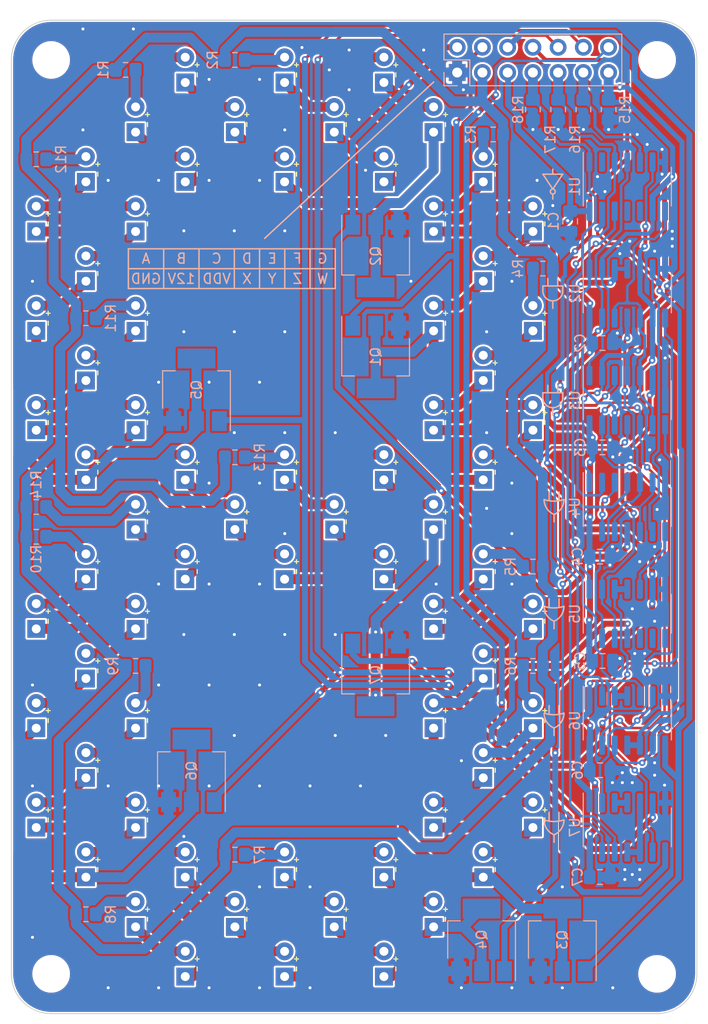
<source format=kicad_pcb>
(kicad_pcb (version 20211014) (generator pcbnew)
  (layers (0 "F.Cu" signal) (31 "B.Cu" signal) (34 "B.Paste" user) (35 "F.Paste" user) (36 "B.SilkS" user "B.Silkscreen") (37 "F.SilkS" user "F.Silkscreen") (38 "B.Mask" user) (39 "F.Mask" user) (44 "Edge.Cuts" user))
  (net 0 "")
  (net 1 "+12V")
  (net 2 "Net-(D5-Pad2)")
  (net 3 "Net-(D10-Pad2)")
  (net 4 "Net-(D15-Pad2)")
  (net 5 "Net-(D20-Pad2)")
  (net 6 "Net-(D25-Pad2)")
  (net 7 "Net-(D30-Pad2)")
  (net 8 "Net-(D35-Pad2)")
  (net 9 "Net-(D40-Pad2)")
  (net 10 "Net-(D45-Pad2)")
  (net 11 "Net-(D50-Pad2)")
  (net 12 "Net-(D55-Pad2)")
  (net 13 "Net-(D60-Pad2)")
  (net 14 "Net-(D65-Pad2)")
  (net 15 "Net-(D70-Pad2)")
  (net 16 "GND")
  (net 17 "/G")
  (net 18 "/A")
  (net 19 "/B")
  (net 20 "/C")
  (net 21 "Net-(D21-Pad1)")
  (net 22 "/D")
  (net 23 "Net-(D31-Pad1)")
  (net 24 "/E")
  (net 25 "/F")
  (net 26 "/X")
  (net 27 "/X'")
  (net 28 "/Y")
  (net 29 "/Y'")
  (net 30 "/Z")
  (net 31 "/Z'")
  (net 32 "/W'")
  (net 33 "/W")
  (net 36 "/Y'Z")
  (net 37 "/Y+Z'")
  (net 38 "VDD")
  (net 39 "/ZW")
  (net 40 "/ZW'")
  (net 41 "/YW'")
  (net 42 "/YZ'")
  (net 43 "/YW")
  (net 44 "/Z+YW")
  (net 45 "/Y'W'")
  (net 46 "/X+Y'W'")
  (net 47 "/X+Y'W'+YZ'W")
  (net 48 "/YZ'W")
  (net 49 "/Y'Z+ZW'")
  (net 53 "/Z'W'")
  (net 54 "/ZW+Z'W'")
  (net 55 "/YW'+Z'W'")
  (net 56 "/X+YZ'")
  (net 57 "Net-(D28-Pad2)")
  (net 58 "Net-(D29-Pad2)")
  (net 59 "Net-(D31-Pad2)")
  (net 60 "Net-(D32-Pad2)")
  (net 61 "Net-(D33-Pad2)")
  (net 62 "Net-(D34-Pad2)")
  (net 63 "Net-(D36-Pad2)")
  (net 64 "Net-(D37-Pad2)")
  (net 65 "Net-(D38-Pad2)")
  (net 66 "Net-(D39-Pad2)")
  (net 67 "Net-(D41-Pad2)")
  (net 68 "Net-(D42-Pad2)")
  (net 69 "Net-(D43-Pad2)")
  (net 70 "Net-(D44-Pad2)")
  (net 71 "Net-(D46-Pad2)")
  (net 72 "Net-(D47-Pad2)")
  (net 73 "Net-(D48-Pad2)")
  (net 74 "Net-(D49-Pad2)")
  (net 75 "Net-(D12-Pad2)")
  (net 76 "Net-(D13-Pad2)")
  (net 77 "Net-(D51-Pad2)")
  (net 78 "Net-(D52-Pad2)")
  (net 79 "Net-(D53-Pad2)")
  (net 80 "Net-(D54-Pad2)")
  (net 81 "Net-(D56-Pad2)")
  (net 82 "Net-(D57-Pad2)")
  (net 83 "Net-(D58-Pad2)")
  (net 84 "Net-(D59-Pad2)")
  (net 85 "Net-(D61-Pad2)")
  (net 86 "Net-(D62-Pad2)")
  (net 87 "Net-(D63-Pad2)")
  (net 88 "Net-(D64-Pad2)")
  (net 89 "Net-(D66-Pad2)")
  (net 90 "Net-(D67-Pad2)")
  (net 91 "Net-(D68-Pad2)")
  (net 92 "Net-(D69-Pad2)")
  (net 93 "Net-(D1-Pad2)")
  (net 94 "Net-(D2-Pad2)")
  (net 95 "Net-(D3-Pad2)")
  (net 96 "Net-(D4-Pad2)")
  (net 97 "Net-(D6-Pad2)")
  (net 98 "Net-(D7-Pad2)")
  (net 99 "Net-(D8-Pad2)")
  (net 100 "Net-(D10-Pad1)")
  (net 101 "Net-(D11-Pad2)")
  (net 102 "Net-(D14-Pad2)")
  (net 103 "Net-(D16-Pad2)")
  (net 104 "Net-(D17-Pad2)")
  (net 105 "Net-(D18-Pad2)")
  (net 106 "Net-(D19-Pad2)")
  (net 107 "Net-(D21-Pad2)")
  (net 108 "Net-(D22-Pad2)")
  (net 109 "Net-(D23-Pad2)")
  (net 110 "Net-(D24-Pad2)")
  (net 111 "Net-(D26-Pad2)")
  (net 112 "Net-(D27-Pad2)")
  (net 113 "Net-(D51-Pad1)")
  (net 114 "Net-(D11-Pad1)")
  (net 115 "Net-(D1-Pad1)")
  (net 116 "Net-(D41-Pad1)")
  (net 117 "Net-(D61-Pad1)")
  (footprint "7_segment_digit:LED_D3.0mm" (layer "F.Cu") (at 170 60 90)
    (fp_text reference "D7" hide)
    (fp_text value "LED" hide)
  )
  (footprint "7_segment_digit:LED_D3.0mm" (layer "F.Cu") (at 140 130 90)
    (fp_text reference "D44" hide)
    (fp_text value "LED" hide)
  )
  (footprint "7_segment_digit:LED_D3.0mm" (layer "F.Cu") (at 170 150 90)
    (fp_text reference "D33" hide)
    (fp_text value "LED" hide)
  )
  (footprint "7_segment_digit:LED_D3.0mm" (layer "F.Cu") (at 175 135 90)
    (fp_text reference "D28" hide)
    (fp_text value "LED" hide)
  )
  (footprint "7_segment_digit:LED_D3.0mm" (layer "F.Cu") (at 150 70 90)
    (fp_text reference "D4" hide)
    (fp_text value "LED" hide)
  )
  (footprint "7_segment_digit:LED_D3.0mm" (layer "F.Cu") (at 145 95 90)
    (fp_text reference "D52" hide)
    (fp_text value "LED" hide)
  )
  (footprint "7_segment_digit:LED_D3.0mm" (layer "F.Cu") (at 175 125 90)
    (fp_text reference "D21" hide)
    (fp_text value "LED" hide)
  )
  (footprint "7_segment_digit:LED_D3.0mm" (layer "F.Cu") (at 175 105 90)
    (fp_text reference "D61" hide)
    (fp_text value "LED" hide)
  )
  (footprint "7_segment_digit:LED_D3.0mm" (layer "F.Cu") (at 140 80 90)
    (fp_text reference "D57" hide)
    (fp_text value "LED" hide)
  )
  (footprint "7_segment_digit:LED_D3.0mm" (layer "F.Cu") (at 135 125 90)
    (fp_text reference "D46" hide)
    (fp_text value "LED" hide)
  )
  (footprint "7_segment_digit:LED_D3.0mm" (layer "F.Cu") (at 180 130 90)
    (fp_text reference "D29" hide)
    (fp_text value "LED" hide)
  )
  (footprint "7_segment_digit:LED_D3.0mm" (layer "F.Cu") (at 165 145 90)
    (fp_text reference "D34" hide)
    (fp_text value "LED" hide)
  )
  (footprint "7_segment_digit:LED_D3.0mm" (layer "F.Cu") (at 155 145 90)
    (fp_text reference "D37" hide)
    (fp_text value "LED" hide)
  )
  (footprint "MountingHole:MountingHole_3.2mm_M3" (layer "F.Cu") (at 136.5 59)
    (fp_text reference "H4" hide)
    (fp_text value "MountingHole")
  )
  (footprint "7_segment_digit:LED_D3.0mm" (layer "F.Cu") (at 160 150 90)
    (fp_text reference "D36" hide)
    (fp_text value "LED" hide)
  )
  (footprint "7_segment_digit:LED_D3.0mm" (layer "F.Cu") (at 170 110 90)
    (fp_text reference "D63" hide)
    (fp_text value "LED" hide)
  )
  (footprint "7_segment_digit:LED_D3.0mm" (layer "F.Cu") (at 140 140 90)
    (fp_text reference "D41" hide)
    (fp_text value "LED" hide)
  )
  (footprint "7_segment_digit:LED_D3.0mm" (layer "F.Cu") (at 145 65 90)
    (fp_text reference "D5" hide)
    (fp_text value "LED" hide)
  )
  (footprint "7_segment_digit:LED_D3.0mm" (layer "F.Cu") (at 140 90 90)
    (fp_text reference "D54" hide)
    (fp_text value "LED" hide)
  )
  (footprint "7_segment_digit:LED_D3.0mm" (layer "F.Cu") (at 145 85 90)
    (fp_text reference "D55" hide)
    (fp_text value "LED" hide)
  )
  (footprint "7_segment_digit:LED_D3.0mm" (layer "F.Cu") (at 150 150 90)
    (fp_text reference "D39" hide)
    (fp_text value "LED" hide)
  )
  (footprint "7_segment_digit:LED_D3.0mm" (layer "F.Cu") (at 160 100 90)
    (fp_text reference "D65" hide)
    (fp_text value "LED" hide)
  )
  (footprint "7_segment_digit:LED_D3.0mm" (layer "F.Cu") (at 175 85 90)
    (fp_text reference "D11" hide)
    (fp_text value "LED" hide)
  )
  (footprint "7_segment_digit:LED_D3.0mm" (layer "F.Cu") (at 170 100 90)
    (fp_text reference "D62" hide)
    (fp_text value "LED" hide)
  )
  (footprint "7_segment_digit:LED_D3.0mm" (layer "F.Cu") (at 170 70 90)
    (fp_text reference "D8" hide)
    (fp_text value "LED" hide)
  )
  (footprint "7_segment_digit:LED_D3.0mm" (layer "F.Cu") (at 180 120 90)
    (fp_text reference "D22" hide)
    (fp_text value "LED" hide)
  )
  (footprint "7_segment_digit:LED_D3.0mm" (layer "F.Cu") (at 160 60 90)
    (fp_text reference "D10" hide)
    (fp_text value "LED" hide)
  )
  (footprint "7_segment_digit:LED_D3.0mm" (layer "F.Cu") (at 180 70 90)
    (fp_text reference "D15" hide)
    (fp_text value "LED" hide)
  )
  (footprint "7_segment_digit:LED_D3.0mm" (layer "F.Cu") (at 160 110 90)
    (fp_text reference "D66" hide)
    (fp_text value "LED" hide)
  )
  (footprint "7_segment_digit:LED_D3.0mm" (layer "F.Cu") (at 160 140 90)
    (fp_text reference "D35" hide)
    (fp_text value "LED" hide)
  )
  (footprint "7_segment_digit:LED_D3.0mm" (layer "F.Cu") (at 165 65 90)
    (fp_text reference "D9" hide)
    (fp_text value "LED" hide)
  )
  (footprint "7_segment_digit:LED_D3.0mm" (layer "F.Cu") (at 180 140 90)
    (fp_text reference "D26" hide)
    (fp_text value "LED" hide)
  )
  (footprint "7_segment_digit:LED_D3.0mm" (layer "F.Cu") (at 140 110 90)
    (fp_text reference "D50" hide)
    (fp_text value "LED" hide)
  )
  (footprint "7_segment_digit:LED_D3.0mm" (layer "F.Cu") (at 135 75 90)
    (fp_text reference "D59" hide)
    (fp_text value "LED" hide)
  )
  (footprint "7_segment_digit:LED_D3.0mm" (layer "F.Cu") (at 175 145 90)
    (fp_text reference "D31" hide)
    (fp_text value "LED" hide)
  )
  (footprint "MountingHole:MountingHole_3.2mm_M3" (layer "F.Cu") (at 197.5 151)
    (fp_text reference "H2" hide)
    (fp_text value "MountingHole")
  )
  (footprint "7_segment_digit:LED_D3.0mm" (layer "F.Cu") (at 145 125 90)
    (fp_text reference "D45" hide)
    (fp_text value "LED" hide)
  )
  (footprint "7_segment_digit:LED_D3.0mm" (layer "F.Cu") (at 160 70 90)
    (fp_text reference "D1" hide)
    (fp_text value "LED" hide)
  )
  (footprint "7_segment_digit:LED_D3.0mm" (layer "F.Cu") (at 175 65 90)
    (fp_text reference "D6" hide)
    (fp_text value "LED" hide)
  )
  (footprint "7_segment_digit:LED_D3.0mm" (layer "F.Cu") (at 185 75 90)
    (fp_text reference "D13" hide)
    (fp_text value "LED" hide)
  )
  (footprint "7_segment_digit:LED_D3.0mm" (layer "F.Cu") (at 155 65 90)
    (fp_text reference "D2" hide)
    (fp_text value "LED" hide)
  )
  (footprint "MountingHole:MountingHole_3.2mm_M3" (layer "F.Cu") (at 136.5 151)
    (fp_text reference "H3" hide)
    (fp_text value "MountingHole")
  )
  (footprint "7_segment_digit:LED_D3.0mm" (layer "F.Cu") (at 155 105 90)
    (fp_text reference "D67" hide)
    (fp_text value "LED" hide)
  )
  (footprint "7_segment_digit:LED_D3.0mm" (layer "F.Cu") (at 140 120 90)
    (fp_text reference "D47" hide)
    (fp_text value "LED" hide)
  )
  (footprint "7_segment_digit:LED_D3.0mm" (layer "F.Cu") (at 135 85 90)
    (fp_text reference "D56" hide)
    (fp_text value "LED" hide)
  )
  (footprint "7_segment_digit:LED_D3.0mm" (layer "F.Cu") (at 165 105 90)
    (fp_text reference "D64" hide)
    (fp_text value "LED" hide)
  )
  (footprint "7_segment_digit:LED_D3.0mm" (layer "F.Cu") (at 145 135 90)
    (fp_text reference "D42" hide)
    (fp_text value "LED" hide)
  )
  (footprint "7_segment_digit:LED_D3.0mm" (layer "F.Cu") (at 145 145 90)
    (fp_text reference "D40" hide)
    (fp_text value "LED" hide)
  )
  (footprint "7_segment_digit:LED_D3.0mm" (layer "F.Cu") (at 185 95 90)
    (fp_text reference "D17" hide)
    (fp_text value "LED" hide)
  )
  (footprint "7_segment_digit:LED_D3.0mm" (layer "F.Cu") (at 180 90 90)
    (fp_text reference "D19" hide)
    (fp_text value "LED" hide)
  )
  (footprint "7_segment_digit:LED_D3.0mm" (layer "F.Cu") (at 135 115 90)
    (fp_text reference "D49" hide)
    (fp_text value "LED" hide)
  )
  (footprint "7_segment_digit:LED_D3.0mm" (layer "F.Cu") (at 185 115 90)
    (fp_text reference "D23" hide)
    (fp_text value "LED" hide)
  )
  (footprint "7_segment_digit:LED_D3.0mm" (layer "F.Cu") (at 185 125 90)
    (fp_text reference "D30" hide)
    (fp_text value "LED" hide)
  )
  (footprint "7_segment_digit:LED_D3.0mm" (layer "F.Cu") (at 140 70 90)
    (fp_text reference "D60" hide)
    (fp_text value "LED" hide)
  )
  (footprint "7_segment_digit:LED_D3.0mm" (layer "F.Cu") (at 185 135 90)
    (fp_text reference "D27" hide)
    (fp_text value "LED" hide)
  )
  (footprint "7_segment_digit:LED_D3.0mm" (layer "F.Cu") (at 135 135 90)
    (fp_text reference "D43" hide)
    (fp_text value "LED" hide)
  )
  (footprint "7_segment_digit:LED_D3.0mm" (layer "F.Cu") (at 145 115 90)
    (fp_text reference "D48" hide)
    (fp_text value "LED" hide)
  )
  (footprint "7_segment_digit:LED_D3.0mm" (layer "F.Cu") (at 180 80 90)
    (fp_text reference "D12" hide)
    (fp_text value "LED" hide)
  )
  (footprint "7_segment_digit:LED_D3.0mm" (layer "F.Cu") (at 175 95 90)
    (fp_text reference "D18" hide)
    (fp_text value "LED" hide)
  )
  (footprint "MountingHole:MountingHole_3.2mm_M3" (layer "F.Cu") (at 197.5 59)
    (fp_text reference "H1" hide)
    (fp_text value "MountingHole")
  )
  (footprint "7_segment_digit:LED_D3.0mm" (layer "F.Cu") (at 185 85 90)
    (fp_text reference "D20" hide)
    (fp_text value "LED" hide)
  )
  (footprint "7_segment_digit:LED_D3.0mm" (layer "F.Cu") (at 150 140 90)
    (fp_text reference "D38" hide)
    (fp_text value "LED" hide)
  )
  (footprint "7_segment_digit:LED_D3.0mm" (layer "F.Cu") (at 150 110 90)
    (fp_text reference "D69" hide)
    (fp_text value "LED" hide)
  )
  (footprint "7_segment_digit:LED_D3.0mm" (layer "F.Cu") (at 180 110 90)
    (fp_text reference "D25" hide)
    (fp_text value "LED" hide)
  )
  (footprint "7_segment_digit:LED_D3.0mm" (layer "F.Cu") (at 170 140 90)
    (fp_text reference "D32" hide)
    (fp_text value "LED" hide)
  )
  (footprint "7_segment_digit:LED_D3.0mm" (layer "F.Cu") (at 175 75 90)
    (fp_text reference "D14" hide)
    (fp_text value "LED" hide)
  )
  (footprint "7_segment_digit:LED_D3.0mm" (layer "F.Cu") (at 175 115 90)
    (fp_text reference "D24" hide)
    (fp_text value "LED" hide)
  )
  (footprint "7_segment_digit:LED_D3.0mm" (layer "F.Cu") (at 150 60 90)
    (fp_text reference "D3" hide)
    (fp_text value "LED" hide)
  )
  (footprint "7_segment_digit:LED_D3.0mm" (layer "F.Cu") (at 150 100 90)
    (fp_text reference "D68" hide)
    (fp_text value "LED" hide)
  )
  (footprint "7_segment_digit:LED_D3.0mm" (layer "F.Cu") (at 145 105 90)
    (fp_text reference "D70" hide)
    (fp_text value "LED" hide)
  )
  (footprint "7_segment_digit:LED_D3.0mm" (layer "F.Cu") (at 144.999989 75.000002 90)
    (fp_text reference "D58" hide)
    (fp_text value "LED" hide)
  )
  (footprint "7_segment_digit:LED_D3.0mm" (layer "F.Cu") (at 140 100 90)
    (fp_text reference "D51" hide)
    (fp_text value "LED" hide)
  )
  (footprint "7_segment_digit:LED_D3.0mm" (layer "F.Cu") (at 135 95 90)
    (fp_text reference "D53" hide)
    (fp_text value "LED" hide)
  )
  (footprint "7_segment_digit:LED_D3.0mm" (layer "F.Cu") (at 180 100 90)
    (fp_text reference "D16" hide)
    (fp_text value "LED" hide)
  )
  (footprint "Resistor_SMD:R_0805_2012Metric_Pad1.20x1.40mm_HandSolder" (layer "B.Cu") (at 135 107)
    (fp_text reference "R10")
    (fp_text value "100R")
  )
  (footprint "Resistor_SMD:R_0805_2012Metric_Pad1.20x1.40mm_HandSolder" (layer "B.Cu") (at 187.54 64 90)
    (fp_text reference "R17")
    (fp_text value "20k")
  )
  (footprint "Package_SO:SOIC-14_3.9x8.7mm_P1.27mm" (layer "B.Cu") (at 194.5 93.25 -90)
    (fp_text reference "U3")
    (fp_text value "74LVC08A")
  )
  (footprint "Resistor_SMD:R_0805_2012Metric_Pad1.20x1.40mm_HandSolder" (layer "B.Cu") (at 190.08 64 90)
    (fp_text reference "R16")
    (fp_text value "20k")
  )
  (footprint "Package_TO_SOT_SMD:SOT-223-3_TabPin2" (layer "B.Cu") (at 179.832 147.574 90)
    (fp_text reference "Q4")
    (fp_text value "Q_NMOS_GDS")
  )
  (footprint "Capacitor_SMD:C_0805_2012Metric_Pad1.18x1.45mm_HandSolder" (layer "B.Cu") (at 192 98)
    (fp_text reference "C3")
    (fp_text value "10u")
  )
  (footprint "Package_TO_SOT_SMD:SOT-223-3_TabPin2" (layer "B.Cu") (at 169.164 78.74 -90)
    (fp_text reference "Q2")
    (fp_text value "Q_NMOS_GDS")
  )
  (footprint "Resistor_SMD:R_0805_2012Metric_Pad1.20x1.40mm_HandSolder" (layer "B.Cu") (at 135 69)
    (fp_text reference "R12")
    (fp_text value "100R")
  )
  (footprint "Capacitor_SMD:C_0805_2012Metric_Pad1.18x1.45mm_HandSolder" (layer "B.Cu") (at 188.75 75.25 -90)
    (fp_text reference "C1")
    (fp_text value "10u")
  )
  (footprint "Package_SO:SOIC-14_3.9x8.7mm_P1.27mm" (layer "B.Cu") (at 194.5 104 -90)
    (fp_text reference "U4")
    (fp_text value "SN74AHC32")
  )
  (footprint "Package_TO_SOT_SMD:SOT-223-3_TabPin2" (layer "B.Cu") (at 150.622 130.556 90)
    (fp_text reference "Q6")
    (fp_text value "Q_NMOS_GDS")
  )
  (footprint "Resistor_SMD:R_0805_2012Metric_Pad1.20x1.40mm_HandSolder" (layer "B.Cu") (at 140 85)
    (fp_text reference "R11")
    (fp_text value "100R")
  )
  (footprint "7_segment_digit:PinHeader_2x07_P2.54mm_Vertical" (layer "B.Cu") (at 177.375 57.725 -90)
    (fp_text reference "J1" hide)
    (fp_text value "2x7 Pin Header")
  )
  (footprint "Package_SO:SOIC-14_3.9x8.7mm_P1.27mm" (layer "B.Cu") (at 194.5 71.75 -90)
    (fp_text reference "U1")
    (fp_text value "74LVC14A")
  )
  (footprint "Package_SO:SOIC-14_3.9x8.7mm_P1.27mm" (layer "B.Cu") (at 194.5 136.25 -90)
    (fp_text reference "U7")
    (fp_text value "SN74AHC32")
  )
  (footprint "Package_TO_SOT_SMD:SOT-223-3_TabPin2" (layer "B.Cu") (at 169.164 120.904 -90)
    (fp_text reference "Q7")
    (fp_text value "Q_NMOS_GDS")
  )
  (footprint "Resistor_SMD:R_0805_2012Metric_Pad1.20x1.40mm_HandSolder" (layer "B.Cu") (at 186 80 180)
    (fp_text reference "R4")
    (fp_text value "100R")
  )
  (footprint "Package_TO_SOT_SMD:SOT-223-3_TabPin2" (layer "B.Cu") (at 187.96 147.574 90)
    (fp_text reference "Q3")
    (fp_text value "Q_NMOS_GDS")
  )
  (footprint "Capacitor_SMD:C_0805_2012Metric_Pad1.18x1.45mm_HandSolder" (layer "B.Cu") (at 192 119.5)
    (fp_text reference "C5")
    (fp_text value "10u")
  )
  (footprint "Resistor_SMD:R_0805_2012Metric_Pad1.20x1.40mm_HandSolder" (layer "B.Cu") (at 185 120 180)
    (fp_text reference "R6")
    (fp_text value "100R")
  )
  (footprint "Package_SO:SOIC-14_3.9x8.7mm_P1.27mm" (layer "B.Cu") (at 194.5 125.5 -90)
    (fp_text reference "U6")
    (fp_text value "SN74AHC32")
  )
  (footprint "Resistor_SMD:R_0805_2012Metric_Pad1.20x1.40mm_HandSolder" (layer "B.Cu") (at 181 66.5 180)
    (fp_text reference "R3")
    (fp_text value "100R")
  )
  (footprint "Package_TO_SOT_SMD:SOT-223-3_TabPin2" (layer "B.Cu") (at 151.13 92.202 90)
    (fp_text reference "Q5")
    (fp_text value "Q_NMOS_GDS")
  )
  (footprint "Package_SO:SOIC-14_3.9x8.7mm_P1.27mm" (layer "B.Cu") (at 194.5 82.5 -90)
    (fp_text reference "U2")
    (fp_text value "74LVC08A")
  )
  (footprint "Capacitor_SMD:C_0805_2012Metric_Pad1.18x1.45mm_HandSolder" (layer "B.Cu") (at 191.75 109)
    (fp_text reference "C4")
    (fp_text value "10u")
  )
  (footprint "Resistor_SMD:R_0805_2012Metric_Pad1.20x1.40mm_HandSolder" (layer "B.Cu") (at 135 104)
    (fp_text reference "R14")
    (fp_text value "100R")
  )
  (footprint "Resistor_SMD:R_0805_2012Metric_Pad1.20x1.40mm_HandSolder" (layer "B.Cu") (at 185 64 90)
    (fp_text reference "R18")
    (fp_text value "20k")
  )
  (footprint "Resistor_SMD:R_0805_2012Metric_Pad1.20x1.40mm_HandSolder" (layer "B.Cu") (at 155 59)
    (fp_text reference "R2")
    (fp_text value "100R")
  )
  (footprint "Resistor_SMD:R_0805_2012Metric_Pad1.20x1.40mm_HandSolder" (layer "B.Cu") (at 192.62 64 90)
    (fp_text reference "R15")
    (fp_text value "20k")
  )
  (footprint "Resistor_SMD:R_0805_2012Metric_Pad1.20x1.40mm_HandSolder" (layer "B.Cu") (at 145 120)
    (fp_text reference "R9")
    (fp_text value "100R")
  )
  (footprint "Resistor_SMD:R_0805_2012Metric_Pad1.20x1.40mm_HandSolder" (layer "B.Cu") (at 140 145)
    (fp_text reference "R8")
    (fp_text value "100R")
  )
  (footprint "Resistor_SMD:R_0805_2012Metric_Pad1.20x1.40mm_HandSolder" (layer "B.Cu") (at 155 139)
    (fp_text reference "R7")
    (fp_text value "100R")
  )
  (footprint "Capacitor_SMD:C_0805_2012Metric_Pad1.18x1.45mm_HandSolder" (layer "B.Cu") (at 191.75 130.5)
    (fp_text reference "C6")
    (fp_text value "10u")
  )
  (footprint "Package_TO_SOT_SMD:SOT-223-3_TabPin2" (layer "B.Cu") (at 169.164 88.9 -90)
    (fp_text reference "Q1")
    (fp_text value "Q_NMOS_GDS")
  )
  (footprint "Resistor_SMD:R_0805_2012Metric_Pad1.20x1.40mm_HandSolder" (layer "B.Cu") (at 144 60)
    (fp_text reference "R1")
    (fp_text value "100R")
  )
  (footprint "Resistor_SMD:R_0805_2012Metric_Pad1.20x1.40mm_HandSolder" (layer "B.Cu") (at 155 99)
    (fp_text reference "R13")
    (fp_text value "100R")
  )
  (footprint "Capacitor_SMD:C_0805_2012Metric_Pad1.18x1.45mm_HandSolder" (layer "B.Cu") (at 191.75 141.25)
    (fp_text reference "C7")
    (fp_text value "10u")
  )
  (footprint "Resistor_SMD:R_0805_2012Metric_Pad1.20x1.40mm_HandSolder" (layer "B.Cu") (at 185 110 180)
    (fp_text reference "R5")
    (fp_text value "100R")
  )
  (footprint "Capacitor_SMD:C_0805_2012Metric_Pad1.18x1.45mm_HandSolder" (layer "B.Cu") (at 192 87.5)
    (fp_text reference "C2")
    (fp_text value "10u")
  )
  (footprint "Package_SO:SOIC-14_3.9x8.7mm_P1.27mm" (layer "B.Cu") (at 194.5 114.75 -90)
    (fp_text reference "U5")
    (fp_text value "SN74AHC32")
  )
  (gr_line (start 162.56 78.01) (end 162.56 82.01) (layer "B.SilkS") (width 0.15))
  (gr_line (start 188 92.5) (end 188 93) (layer "B.SilkS") (width 0.15))
  (gr_line (start 151.384 78.01) (end 151.384 82.01) (layer "B.SilkS") (width 0.15))
  (gr_line (start 187.624576 134.749719) (end 187.624576 135.624719) (layer "B.SilkS") (width 0.15))
  (gr_line (start 144.272 78.01) (end 144.272 82.01) (layer "B.SilkS") (width 0.15))
  (gr_arc (start 188.124576 124.749719) (mid 187.851728 125.651154) (end 187.124576 126.249719) (layer "B.SilkS") (width 0.15))
  (gr_line (start 186 81.75) (end 186 82.25) (layer "B.SilkS") (width 0.15))
  (gr_line (start 157.48 78.01) (end 157.48 82.01) (layer "B.SilkS") (width 0.15))
  (gr_line (start 188 81.75) (end 188 82.25) (layer "B.SilkS") (width 0.15))
  (gr_line (start 187 70.5) (end 186 70.5) (layer "B.SilkS") (width 0.15))
  (gr_line (start 187.5 81) (end 187.5 81.75) (layer "B.SilkS") (width 0.15))
  (gr_line (start 187 72.5) (end 187 73) (layer "B.SilkS") (width 0.15))
  (gr_line (start 187 72) (end 188 70.5) (layer "B.SilkS") (width 0.15))
  (gr_arc (start 187.124576 136.999719) (mid 186.397494 136.401107) (end 186.124576 135.499719) (layer "B.SilkS") (width 0.15))
  (gr_line (start 187.124576 104.749719) (end 187.124576 105.499719) (layer "B.SilkS") (width 0.15))
  (gr_arc (start 188.124576 113.999719) (mid 187.851728 114.901154) (end 187.124576 115.499719) (layer "B.SilkS") (width 0.15))
  (gr_arc (start 188.124576 103.249718) (mid 187.124576 103.411996) (end 186.124576 103.249718) (layer "B.SilkS") (width 0.15))
  (gr_line (start 187 94) (end 187 94.75) (layer "B.SilkS") (width 0.15))
  (gr_line (start 186.624576 134.749719) (end 186.624576 135.624719) (layer "B.SilkS") (width 0.15))
  (gr_line (start 187.124576 115.499719) (end 187.124576 116.249719) (layer "B.SilkS") (width 0.15))
  (gr_arc (start 188.124576 124.749718) (mid 187.124576 124.911996) (end 186.124576 124.749718) (layer "B.SilkS") (width 0.15))
  (gr_arc (start 187.124576 104.749719) (mid 186.397494 104.151107) (end 186.124576 103.249719) (layer "B.SilkS") (width 0.15))
  (gr_line (start 187 70) (end 187 70.5) (layer "B.SilkS") (width 0.15))
  (gr_line (start 144.272 80.01) (end 165.1 80.01) (layer "B.SilkS") (width 0.15))
  (gr_line (start 187.124576 136.999719) (end 187.124576 137.749719) (layer "B.SilkS") (width 0.15))
  (gr_line (start 186 92.5) (end 188 92.5) (layer "B.SilkS") (width 0.15))
  (gr_line (start 165.1 82.01) (end 165.1 78.01) (layer "B.SilkS") (width 0.15))
  (gr_line (start 187.624576 113.249719) (end 187.624576 114.124719) (layer "B.SilkS") (width 0.15))
  (gr_arc (start 188 82.25) (mid 187 83.25) (end 186 82.25) (layer "B.SilkS") (width 0.15))
  (gr_line (start 186.5 81) (end 186.5 81.75) (layer "B.SilkS") (width 0.15))
  (gr_arc (start 187.124576 126.249719) (mid 186.397494 125.651107) (end 186.124576 124.749719) (layer "B.SilkS") (width 0.15))
  (gr_arc (start 188.124576 135.499718) (mid 187.124576 135.661996) (end 186.124576 135.499718) (layer "B.SilkS") (width 0.15))
  (gr_line (start 186.624576 102.499719) (end 186.624576 103.374719) (layer "B.SilkS") (width 0.15))
  (gr_line (start 154.94 78.01) (end 154.94 82.01) (layer "B.SilkS") (width 0.15))
  (gr_circle (center 187 72.25) (end 187 72.5) (layer "B.SilkS") (width 0.15) (fill none))
  (gr_line (start 186 81.75) (end 188 81.75) (layer "B.SilkS") (width 0.15))
  (gr_line (start 175.006 61.214) (end 157.988 76.962) (layer "B.SilkS") (width 0.15))
  (gr_line (start 187.124576 126.249719) (end 187.124576 126.999719) (layer "B.SilkS") (width 0.15))
  (gr_line (start 188 70.5) (end 187 70.5) (layer "B.SilkS") (width 0.15))
  (gr_line (start 147.828 78.01) (end 147.828 82.01) (layer "B.SilkS") (width 0.15))
  (gr_line (start 165.1 78.01) (end 144.272 78.01) (layer "B.SilkS") (width 0.15))
  (gr_line (start 187.624576 102.499719) (end 187.624576 103.374719) (layer "B.SilkS") (width 0.15))
  (gr_line (start 144.272 82.01) (end 165.1 82.01) (layer "B.SilkS") (width 0.15))
  (gr_line (start 187.624576 123.999719) (end 187.624576 124.874719) (layer "B.SilkS") (width 0.15))
  (gr_line (start 186.5 91.75) (end 186.5 92.5) (layer "B.SilkS") (width 0.15))
  (gr_line (start 187 83.25) (end 187 84) (layer "B.SilkS") (width 0.15))
  (gr_arc (start 188.124576 103.249719) (mid 187.851728 104.151154) (end 187.124576 104.749719) (layer "B.SilkS") (width 0.15))
  (gr_arc (start 187.124576 115.499719) (mid 186.397494 114.901107) (end 186.124576 113.999719) (layer "B.SilkS") (width 0.15))
  (gr_line (start 186 92.5) (end 186 93) (layer "B.SilkS") (width 0.15))
  (gr_line (start 160.02 78.01) (end 160.02 82.01) (layer "B.SilkS") (width 0.15))
  (gr_arc (start 188.124576 113.999718) (mid 187.124576 114.161996) (end 186.124576 113.999718) (layer "B.SilkS") (width 0.15))
  (gr_arc (start 188.124576 135.499719) (mid 187.851728 136.401154) (end 187.124576 136.999719) (layer "B.SilkS") (width 0.15))
  (gr_line (start 186 70.5) (end 187 72) (layer "B.SilkS") (width 0.15))
  (gr_line (start 186.624576 123.999719) (end 186.624576 124.874719) (layer "B.SilkS") (width 0.15))
  (gr_line (start 186.624576 113.249719) (end 186.624576 114.124719) (layer "B.SilkS") (width 0.15))
  (gr_arc (start 188 93) (mid 187 94) (end 186 93) (layer "B.SilkS") (width 0.15))
  (gr_line (start 187.5 91.75) (end 187.5 92.5) (layer "B.SilkS") (width 0.15))
  (gr_arc (start 197.5 55) (mid 200.328427 56.171573) (end 201.5 59) (layer "Edge.Cuts") (width 0.1))
  (gr_line (start 132.5 59) (end 132.5 151) (layer "Edge.Cuts") (width 0.1))
  (gr_line (start 201.5 151) (end 201.5 59) (layer "Edge.Cuts") (width 0.1))
  (gr_line (start 136.5 155) (end 197.5 155) (layer "Edge.Cuts") (width 0.1))
  (gr_arc (start 132.5 59) (mid 133.671573 56.171573) (end 136.5 55) (layer "Edge.Cuts") (width 0.1))
  (gr_arc (start 201.5 151) (mid 200.328427 153.828427) (end 197.5 155) (layer "Edge.Cuts") (width 0.1))
  (gr_line (start 197.5 55) (end 136.5 55) (layer "Edge.Cuts") (width 0.1))
  (gr_arc (start 136.5 155) (mid 133.671573 153.828427) (end 132.5 151) (layer "Edge.Cuts") (width 0.1))
  (gr_text "E" (at 158.75 78.994) (layer "B.SilkS") (effects (font (size 1 1)) (justify mirror)))
  (gr_text "Y" (at 158.75 81.026) (layer "B.SilkS") (effects (font (size 1 1)) (justify mirror)))
  (gr_text "D" (at 156.21 78.994) (layer "B.SilkS") (effects (font (size 1 1)) (justify mirror)))
  (gr_text "C" (at 153.162 78.994) (layer "B.SilkS") (effects (font (size 1 1)) (justify mirror)))
  (gr_text "B" (at 149.606 78.994) (layer "B.SilkS") (effects (font (size 1 1)) (justify mirror)))
  (gr_text "X" (at 156.21 81.026) (layer "B.SilkS") (effects (font (size 1 1)) (justify mirror)))
  (gr_text "G" (at 163.83 78.994) (layer "B.SilkS") (effects (font (size 1 1)) (justify mirror)))
  (gr_text "GND" (at 146.05 81.026) (layer "B.SilkS") (effects (font (size 1 1)) (justify mirror)))
  (gr_text "W" (at 163.83 81.026) (layer "B.SilkS") (effects (font (size 1 1)) (justify mirror)))
  (gr_text "VDD" (at 153.162 81.026) (layer "B.SilkS") (effects (font (size 1 1)) (justify mirror)))
  (gr_text "A" (at 146.05 78.994) (layer "B.SilkS") (effects (font (size 1 1)) (justify mirror)))
  (gr_text "12V" (at 149.606 81.026) (layer "B.SilkS") (effects (font (size 1 1)) (justify mirror)))
  (gr_text "F" (at 161.29 78.994) (layer "B.SilkS") (effects (font (size 1 1)) (justify mirror)))
  (gr_text "Z" (at 161.29 81.026) (layer "B.SilkS") (effects (font (size 1 1)) (justify mirror)))
  (segment (start 139 146) (end 141.5 148.5) (width 1) (layer "B.Cu") (net 1))
  (segment (start 169.925489 56.175489) (end 155.824511 56.175489) (width 1) (layer "B.Cu") (net 1))
  (segment (start 146.107176 56.75) (end 150.5 56.75) (width 1) (layer "B.Cu") (net 1))
  (segment (start 150.5 56.75) (end 152.75 59) (width 1) (layer "B.Cu") (net 1))
  (segment (start 187 79) (end 187 80) (width 1) (layer "B.Cu") (net 1))
  (segment (start 141 60) (end 143 60) (width 1) (layer "B.Cu") (net 1))
  (segment (start 139 145) (end 139 146) (width 1) (layer "B.Cu") (net 1))
  (segment (start 134 107) (end 134 104) (width 1) (layer "B.Cu") (net 1))
  (segment (start 186 118.25) (end 186 120) (width 1) (layer "B.Cu") (net 1))
  (segment (start 141.732 103.378) (end 143.256 101.854) (width 1) (layer "B.Cu") (net 1))
  (segment (start 155.824511 56.175489) (end 154 58) (width 1) (layer "B.Cu") (net 1))
  (segment (start 139 85) (end 139 83.5) (width 1) (layer "B.Cu") (net 1))
  (segment (start 155 136.75) (end 154 137.75) (width 1) (layer "B.Cu") (net 1))
  (segment (start 144 120) (end 143.532051 120) (width 1) (layer "B.Cu") (net 1))
  (segment (start 137.414 102.362) (end 138.43 103.378) (width 1) (layer "B.Cu") (net 1))
  (segment (start 176.915 63.165) (end 169.925489 56.175489) (width 1) (layer "B.Cu") (net 1))
  (segment (start 141.5 148.5) (end 145.875 148.5) (width 1) (layer "B.Cu") (net 1))
  (segment (start 138.43 103.378) (end 141.732 103.378) (width 1) (layer "B.Cu") (net 1))
  (segment (start 182 76.469022) (end 183.780978 78.25) (width 1) (layer "B.Cu") (net 1))
  (segment (start 186 120) (end 186 121.25) (width 1) (layer "B.Cu") (net 1))
  (segment (start 137.414 97.79) (end 137.414 102.362) (width 1) (layer "B.Cu") (net 1))
  (segment (start 143 59.857176) (end 146.107176 56.75) (width 1) (layer "B.Cu") (net 1))
  (segment (start 134 104) (end 134 101.25) (width 1) (layer "B.Cu") (net 1))
  (segment (start 187 88.5) (end 183 92.5) (width 1) (layer "B.Cu") (net 1))
  (segment (start 179.915 63.165) (end 182 65.25) (width 1) (layer "B.Cu") (net 1))
  (segment (start 154 137.75) (end 154 139) (width 1) (layer "B.Cu") (net 1))
  (segment (start 143.532051 120) (end 134 110.467949) (width 1) (layer "B.Cu") (net 1))
  (segment (start 187 112.75) (end 187 117.25) (width 1) (layer "B.Cu") (net 1))
  (segment (start 186 110) (end 186 111.75) (width 1) (layer "B.Cu") (net 1))
  (segment (start 186.75 122) (end 186.75 127.625) (width 1) (layer "B.Cu") (net 1))
  (segment (start 137.414 97.836) (end 137.414 88.086) (width 1) (layer "B.Cu") (net 1))
  (segment (start 143 60) (end 143 59.857176) (width 1) (layer "B.Cu") (net 1))
  (segment (start 154 140.375) (end 154 139) (width 1) (layer "B.Cu") (net 1))
  (segment (start 146.812 101.854) (end 148.336 103.378) (width 1) (layer "B.Cu") (net 1))
  (segment (start 143.256 101.854) (end 146.812 101.854) (width 1) (layer "B.Cu") (net 1))
  (segment (start 183.780978 78.25) (end 186.25 78.25) (width 1) (layer "B.Cu") (net 1))
  (segment (start 134 69) (end 134 67) (width 1) (layer "B.Cu") (net 1))
  (segment (start 134 67) (end 141 60) (width 1) (layer "B.Cu") (net 1))
  (segment (start 179.915 60.265) (end 179.915 63.165) (width 1) (layer "B.Cu") (net 1))
  (segment (start 179.915 63.165) (end 176.915 63.165) (width 1) (layer "B.Cu") (net 1))
  (segment (start 137.25 142.25) (end 137.25 127.5) (width 1) (layer "B.Cu") (net 1))
  (segment (start 152.75 59) (end 154 59) (width 1) (layer "B.Cu") (net 1))
  (segment (start 139 83.5) (end 136.75 81.25) (width 1) (layer "B.Cu") (net 1))
  (segment (start 136.75 72.5) (end 134 69.75) (width 1) (layer "B.Cu") (net 1))
  (segment (start 176.125 138.25) (end 173.25 138.25) (width 1) (layer "B.Cu") (net 1))
  (segment (start 137.25 127.5) (end 144 120.75) (width 1) (layer "B.Cu") (net 1))
  (segment (start 187 80) (end 187 88.5) (width 1) (layer "B.Cu") (net 1))
  (segment (start 186 100.75) (end 186 110) (width 1) (layer "B.Cu") (net 1))
  (segment (start 186 111.75) (end 187 112.75) (width 1) (layer "B.Cu") (net 1))
  (segment (start 134 110.467949) (end 134 107) (width 1) (layer "B.Cu") (net 1))
  (segment (start 186.75 127.625) (end 176.125 138.25) (width 1) (layer "B.Cu") (net 1))
  (segment (start 182 65.25) (end 182 66.5) (width 1) (layer "B.Cu") (net 1))
  (segment (start 137.414 88.086) (end 139 86.5) (width 1) (layer "B.Cu") (net 1))
  (segment (start 139 144) (end 137.25 142.25) (width 1) (layer "B.Cu") (net 1))
  (segment (start 148.336 103.378) (end 152.654 103.378) (width 1) (layer "B.Cu") (net 1))
  (segment (start 139 86.5) (end 139 85) (width 1) (layer "B.Cu") (net 1))
  (segment (start 152.654 103.378) (end 154 102.032) (width 1) (layer "B.Cu") (net 1))
  (segment (start 136.75 81.25) (end 136.75 72.5) (width 1) (layer "B.Cu") (net 1))
  (segment (start 186.25 78.25) (end 187 79) (width 1) (layer "B.Cu") (net 1))
  (segment (start 187 117.25) (end 186 118.25) (width 1) (layer "B.Cu") (net 1))
  (segment (start 145.875 148.5) (end 154 140.375) (width 1) (layer "B.Cu") (net 1))
  (segment (start 186 121.25) (end 186.75 122) (width 1) (layer "B.Cu") (net 1))
  (segment (start 183 92.5) (end 183 97.75) (width 1) (layer "B.Cu") (net 1))
  (segment (start 134 69.75) (end 134 69) (width 1) (layer "B.Cu") (net 1))
  (segment (start 139 145) (end 139 144) (width 1) (layer "B.Cu") (net 1))
  (segment (start 144 120.75) (end 144 120) (width 1) (layer "B.Cu") (net 1))
  (segment (start 173.25 138.25) (end 171.75 136.75) (width 1) (layer "B.Cu") (net 1))
  (segment (start 134 101.25) (end 137.414 97.836) (width 1) (layer "B.Cu") (net 1))
  (segment (start 154 102.032) (end 154 99) (width 1) (layer "B.Cu") (net 1))
  (segment (start 183 97.75) (end 186 100.75) (width 1) (layer "B.Cu") (net 1))
  (segment (start 171.75 136.75) (end 155 136.75) (width 1) (layer "B.Cu") (net 1))
  (segment (start 182 66.5) (end 182 76.469022) (width 1) (layer "B.Cu") (net 1))
  (segment (start 154 58) (end 154 59) (width 1) (layer "B.Cu") (net 1))
  (segment (start 145 60) (end 145 63.73) (width 1) (layer "B.Cu") (net 2))
  (segment (start 156 59) (end 159.73 59) (width 1) (layer "B.Cu") (net 3))
  (segment (start 159.73 59) (end 160 58.73) (width 1) (layer "B.Cu") (net 3))
  (segment (start 180 66.5) (end 180 68.73) (width 1) (layer "B.Cu") (net 4))
  (segment (start 185 80) (end 185 83.73) (width 1) (layer "B.Cu") (net 5))
  (segment (start 184 110) (end 182.73 108.73) (width 1) (layer "B.Cu") (net 6))
  (segment (start 182.73 108.73) (end 180 108.73) (width 1) (layer "B.Cu") (net 6))
  (segment (start 184 122.73) (end 185 123.73) (width 1) (layer "B.Cu") (net 7))
  (segment (start 184 120) (end 184 122.73) (width 1) (layer "B.Cu") (net 7))
  (segment (start 156 139) (end 159.73 139) (width 1) (layer "B.Cu") (net 8))
  (segment (start 159.73 139) (end 160 138.73) (width 1) (layer "B.Cu") (net 8))
  (segment (start 141 145) (end 142.27 143.73) (width 1) (layer "B.Cu") (net 9))
  (segment (start 142.27 143.73) (end 145 143.73) (width 1) (layer "B.Cu") (net 9))
  (segment (start 146 122.73) (end 145 123.73) (width 1) (layer "B.Cu") (net 10))
  (segment (start 146 120) (end 146 122.73) (width 1) (layer "B.Cu") (net 10))
  (segment (start 138.27 107) (end 140 108.73) (width 1) (layer "B.Cu") (net 11))
  (segment (start 136 107) (end 138.27 107) (width 1) (layer "B.Cu") (net 11))
  (segment (start 142.27 83.73) (end 145 83.73) (width 1) (layer "B.Cu") (net 12))
  (segment (start 141 85) (end 142.27 83.73) (width 1) (layer "B.Cu") (net 12))
  (segment (start 136 69) (end 139.73 69) (width 1) (layer "B.Cu") (net 13))
  (segment (start 139.73 69) (end 140 68.73) (width 1) (layer "B.Cu") (net 13))
  (segment (start 159.73 99) (end 160 98.73) (width 1) (layer "B.Cu") (net 14))
  (segment (start 156 99) (end 159.73 99) (width 1) (layer "B.Cu") (net 14))
  (segment (start 144.428 103.73) (end 145 103.73) (width 1) (layer "B.Cu") (net 15))
  (segment (start 136 104) (end 137.41 105.41) (width 1) (layer "B.Cu") (net 15))
  (segment (start 137.41 105.41) (end 142.748 105.41) (width 1) (layer "B.Cu") (net 15))
  (segment (start 142.748 105.41) (end 144.428 103.73) (width 1) (layer "B.Cu") (net 15))
  (segment (start 197.25 104.5) (end 197.5 104.25) (width 0.6) (layer "F.Cu") (net 16))
  (segment (start 194.8515 99) (end 196 99) (width 0.6) (layer "F.Cu") (net 16))
  (segment (start 194.20048 105.45048) (end 196.29952 105.45048) (width 0.6) (layer "F.Cu") (net 16))
  (segment (start 198.31302 96.68698) (end 196.75 98.25) (width 0.6) (layer "F.Cu") (net 16))
  (segment (start 193.039813 98.960187) (end 193.073511 98.993885) (width 0.6) (layer "F.Cu") (net 16))
  (segment (start 197.25 117.75) (end 196.25 118.75) (width 0.6) (layer "F.Cu") (net 16))
  (segment (start 193.073511 104.323511) (end 194.20048 105.45048) (width 0.6) (layer "F.Cu") (net 16))
  (segment (start 197.25 108) (end 197.25 104.5) (width 0.6) (layer "F.Cu") (net 16))
  (segment (start 193.073511 98.993885) (end 193.073511 104.323511) (width 0.6) (layer "F.Cu") (net 16))
  (segment (start 197.75 99.25) (end 196.75 98.25) (width 0.6) (layer "F.Cu") (net 16))
  (segment (start 198.31302 89) (end 198.31302 96.68698) (width 0.6) (layer "F.Cu") (net 16))
  (segment (start 197.25 115.5) (end 197.25 117.75) (width 0.6) (layer "F.Cu") (net 16))
  (segment (start 193.25 110.5) (end 192.75 110) (width 0.6) (layer "F.Cu") (net 16))
  (segment (start 192.75 110) (end 192.75 109.8515) (width 0.6) (layer "F.Cu") (net 16))
  (segment (start 196 99) (end 196.75 98.25) (width 0.6) (layer "F.Cu") (net 16))
  (segment (start 194.75 110.5) (end 193.25 110.5) (width 0.6) (layer "F.Cu") (net 16))
  (segment (start 196.29952 105.45048) (end 197.5 104.25) (width 0.6) (layer "F.Cu") (net 16))
  (segment (start 195.75 109.5) (end 194.75 110.5) (width 0.6) (layer "F.Cu") (net 16))
  (segment (start 199.0235 77.75) (end 199.0235 76.25) (width 0.6) (layer "F.Cu") (net 16))
  (via (at 194.25 141.5) (size 0.648) (drill 0.3) (layers "F.Cu" "B.Cu") (net 16))
  (via (at 157.48 60.96) (size 0.648) (drill 0.3) (layers "F.Cu" "B.Cu") (net 16))
  (via (at 191.5 70.75) (size 0.648) (drill 0.3) (layers "F.Cu" "B.Cu") (net 16))
  (via (at 160.02 116.84) (size 0.648) (drill 0.3) (layers "F.Cu" "B.Cu") (net 16))
  (via (at 152.4 91.44) (size 0.648) (drill 0.3) (layers "F.Cu" "B.Cu") (net 16))
  (via (at 194.25 140.5) (size 0.648) (drill 0.3) (layers "F.Cu" "B.Cu") (net 16))
  (via (at 152.4 152.4) (size 0.648) (drill 0.3) (layers "F.Cu" "B.Cu") (net 16))
  (via (at 160.02 66.04) (size 0.648) (drill 0.3) (layers "F.Cu" "B.Cu") (net 16))
  (via (at 157.48 132.08) (size 0.648) (drill 0.3) (layers "F.Cu" "B.Cu") (net 16))
  (via (at 195.75 141.5) (size 0.648) (drill 0.3) (layers "F.Cu" "B.Cu") (net 16))
  (via (at 166.5 62) (size 0.648) (drill 0.3) (layers "F.Cu" "B.Cu") (net 16))
  (via (at 187.96 142.24) (size 0.648) (drill 0.3) (layers "F.Cu" "B.Cu") (net 16))
  (via (at 147.32 71.12) (size 0.648) (drill 0.3) (layers "F.Cu" "B.Cu") (net 16))
  (via (at 165.1 116.84) (size 0.648) (drill 0.3) (layers "F.Cu" "B.Cu") (net 16))
  (via (at 147.32 132.08) (size 0.648) (drill 0.3) (layers "F.Cu" "B.Cu") (net 16))
  (via (at 157.48 121.92) (size 0.648) (drill 0.3) (layers "F.Cu" "B.Cu") (net 16))
  (via (at 144.78 55.88) (size 0.648) (drill 0.3) (layers "F.Cu" "B.Cu") (net 16))
  (via (at 152.4 132.08) (size 0.648) (drill 0.3) (layers "F.Cu" "B.Cu") (net 16))
  (via (at 177.8 152.4) (size 0.648) (drill 0.3) (layers "F.Cu" "B.Cu") (net 16))
  (via (at 192.62 66) (size 0.648) (drill 0.3) (layers "F.Cu" "B.Cu") (net 16))
  (via (at 194.8515 99) (size 0.648) (drill 0.3) (layers "F.Cu" "B.Cu") (net 16))
  (via (at 182.88 101.6) (size 0.648) (drill 0.3) (layers "F.Cu" "B.Cu") (net 16))
  (via (at 182.88 81.28) (size 0.648) (drill 0.3) (layers "F.Cu" "B.Cu") (net 16))
  (via (at 187 73.66) (size 0.648) (drill 0.3) (layers "F.Cu" "B.Cu") (net 16))
  (via (at 142.24 71.12) (size 0.648) (drill 0.3) (layers "F.Cu" "B.Cu") (net 16))
  (via (at 193 131.75) (size 0.648) (drill 0.3) (layers "F.Cu" "B.Cu") (net 16))
  (via (at 142.24 132.08) (size 0.648) (drill 0.3) (layers "F.Cu" "B.Cu") (net 16))
  (via (at 149.86 76.2) (size 0.648) (drill 0.3) (layers "F.Cu" "B.Cu") (net 16))
  (via (at 195.75 109.5) (size 0.648) (drill 0.3) (layers "F.Cu" "B.Cu") (net 16))
  (via (at 161.75 57.75) (size 0.648) (drill 0.3) (layers "F.Cu" "B.Cu") (net 16))
  (via (at 147.32 91.44) (size 0.648) (drill 0.3) (layers "F.Cu" "B.Cu") (net 16))
  (via (at 187.54 66) (size 0.648) (drill 0.3) (layers "F.Cu" "B.Cu") (net 16))
  (via (at 178 62) (size 0.648) (drill 0.3) (layers "F.Cu" "B.Cu") (net 16))
  (via (at 154.94 76.2) (size 0.648) (drill 0.3) (layers "F.Cu" "B.Cu") (net 16))
  (via (at 139.7 55.88) (size 0.648) (drill 0.3) (layers "F.Cu" "B.Cu") (net 16))
  (via (at 192.75 109.8515) (size 0.648) (drill 0.3) (layers "F.Cu" "B.Cu") (net 16))
  (via (at 157.48 101.6) (size 0.648) (drill 0.3) (layers "F.Cu" "B.Cu") (net 16))
  (via (at 134.62 121.92) (size 0.648) (drill 0.3) (layers "F.Cu" "B.Cu") (net 16))
  (via (at 190.08 66) (size 0.648) (drill 0.3) (layers "F.Cu" "B.Cu") (net 16))
  (via (at 185 66) (size 0.648) (drill 0.3) (layers "F.Cu" "B.Cu") (net 16))
  (via (at 142.24 152.4) (size 0.648) (drill 0.3) (layers "F.Cu" "B.Cu") (net 16))
  (via (at 195.25 118.75) (size 0.648) (drill 0.3) (layers "F.Cu" "B.Cu") (net 16))
  (via (at 185.42 71.12) (size 0.648) (drill 0.3) (layers "F.Cu" "B.Cu") (net 16))
  (via (at 147.32 121.92) (size 0.648) (drill 0.3) (layers "F.Cu" "B.Cu") (net 16))
  (via (at 180.34 86.36) (size 0.648) (drill 0.3) (layers "F.Cu" "B.Cu") (net 16))
  (via (at 175.26 111.76) (size 0.648) (drill 0.3) (layers "F.Cu" "B.Cu") (net 16))
  (via (at 182.88 152.4) (size 0.648) (drill 0.3) (layers "F.Cu" "B.Cu") (net 16))
  (via (at 192.75 97.25) (size 0.648) (drill 0.3) (layers "F.Cu" "B.Cu") (net 16))
  (via (at 152.4 121.92) (size 0.648) (drill 0.3) (layers "F.Cu" "B.Cu") (net 16))
  (via (at 160.02 106.68) (size 0.648) (drill 0.3) (layers "F.Cu" "B.Cu") (net 16))
  (via (at 134.62 132.08) (size 0.648) (drill 0.3) (layers "F.Cu" "B.Cu") (net 16))
  (via (at 157.48 111.76) (size 0.648) (drill 0.3) (layers "F.Cu" "B.Cu") (net 16))
  (via (at 152.4 71.12) (size 0.648) (drill 0.3) (layers "F.Cu" "B.Cu") (net 16))
  (via (at 195.5 66.5) (size 0.648) (drill 0.3) (layers "F.Cu" "B.Cu") (net 16))
  (via (at 162.56 152.4) (size 0.648) (drill 0.3) (layers "F.Cu" "B.Cu") (net 16))
  (via (at 198 70.5) (size 0.648) (drill 0.3) (layers "F.Cu" "B.Cu") (net 16))
  (via (at 165.1 127) (size 0.648) (drill 0.3) (layers "F.Cu" "B.Cu") (net 16))
  (via (at 197.5 104.25) (size 0.648) (drill 0.3) (layers "F.Cu" "B.Cu") (net 16))
  (via (at 134.62 147.32) (size 0.648) (drill 0.3) (layers "F.Cu" "B.Cu") (net 16))
  (via (at 162.56 132.08) (size 0.648) (drill 0.3) (layers "F.Cu" "B.Cu") (net 16))
  (via (at 198.25 132) (size 0.648) (drill 0.3) (layers "F.Cu" "B.Cu") (net 16))
  (via (at 193.75 119.25) (size 0.648) (drill 0.3) (layers "F.Cu" "B.Cu") (net 16))
  (via (at 154.94 127) (size 0.648) (drill 0.3) (layers "F.Cu" "B.Cu") (net 16))
  (via (at 167.64 132.08) (size 0.648) (drill 0.3) (layers "F.Cu" "B.Cu") (net 16))
  (via (at 166.5 58) (size 0.648) (drill 0.3) (layers "F.Cu" "B.Cu") (net 16))
  (via (at 160.02 76.2) (size 0.648) (drill 0.3) (layers "F.Cu" "B.Cu") (net 16))
  (via (at 168.148 70.104) (size 0.648) (drill 0.3) (layers "F.Cu" "B.Cu") (net 16))
  (via (at 160.02 96.52) (size 0.648) (drill 0.3) (layers "F.Cu" "B.Cu") (net 16))
  (via (at 197.25 131) (size 0.648) (drill 0.3) (layers "F.Cu" "B.Cu") (net 16))
  (via (at 154.94 86.36) (size 0.648) (drill 0.3) (layers "F.Cu" "B.Cu") (net 16))
  (via (at 170.18 127) (size 0.648) (drill 0.3) (layers "F.Cu" "B.Cu") (net 16))
  (via (at 196.5 67.5) (size 0.648) (drill 0.3) (layers "F.Cu" "B.Cu") (net 16))
  (via (at 196.75 98.25) (size 0.648) (drill 0.3) (layers "F.Cu" "B.Cu") (net 16))
  (via (at 194.75 77.25) (size 0.648) (drill 0.3) (layers "F.Cu" "B.Cu") (net 16))
  (via (at 147.32 152.4) (size 0.648) (drill 0.3) (layers "F.Cu" "B.Cu") (net 16))
  (via (at 149.86 116.84) (size 0.648) (drill 0.3) (layers "F.Cu" "B.Cu") (net 16))
  (via (at 149.86 86.36) (size 0.648) (drill 0.3) (layers "F.Cu" "B.Cu") (net 16))
  (via (at 157.48 142.24) (size 0.648) (drill 0.3) (layers "F.Cu" "B.Cu") (net 16))
  (via (at 167.5 65) (size 0.648) (drill 0.3) (layers "F.Cu" "B.Cu") (net 16))
  (via (at 192.25 72.25) (size 0.648) (drill 0.3) (layers "F.Cu" "B.Cu") (net 16))
  (via (at 199.0235 77) (size 0.648) (drill 0.3) (layers "F.Cu" "B.Cu") (net 16))
  (via (at 197.25 115.5) (size 0.648) (drill 0.3) (layers "F.Cu" "B.Cu") (net 16))
  (via (at 154.94 96.52) (size 0.648) (drill 0.3) (layers "F.Cu" "B.Cu") (net 16))
  (via (at 134.62 81.28) (size 0.648) (drill 0.3) (layers "F.Cu" "B.Cu") (net 16))
  (via (at 157.48 71.12) (size 0.648) (drill 0.3) (layers "F.Cu" "B.Cu") (net 16))
  (via (at 193.75 78.5) (size 0.648) (drill 0.3) (layers "F.Cu" "B.Cu") (net 16))
  (via (at 147.32 111.76) (size 0.648) (drill 0.3) (layers "F.Cu" "B.Cu") (net 16))
  (via (at 152.4 60.96) (size 0.648) (drill 0.3) (layers "F.Cu" "B.Cu") (net 16))
  (via (at 160.02 86.36) (size 0.648) (drill 0.3) (layers "F.Cu" "B.Cu") (net 16))
  (via (at 172.72 81.28) (size 0.648) (drill 0.3) (layers "F.Cu" "B.Cu") (net 16))
  (via (at 187.96 152.4) (size 0.648) (drill 0.3) (layers "F.Cu" "B.Cu") (net 16))
  (via (at 180.34 104.14) (size 0.648) (drill 0.3) (layers "F.Cu" "B.Cu") (net 16))
  (via (at 174 58) (size 0.648) (drill 0.3) (layers "F.Cu" "B.Cu") (net 16))
  (via (at 139.7 66.04) (size 0.648) (drill 0.3) (layers "F.Cu" "B.Cu") (net 16))
  (via (at 182.88 106.68) (size 0.648) (drill 0.3) (layers "F.Cu" "B.Cu") (net 16))
  (via (at 195.75 140.5) (size 0.648) (drill 0.3) (layers "F.Cu" "B.Cu") (net 16))
  (via (at 197.25 108) (size 0.648) (drill 0.3) (layers "F.Cu" "B.Cu") (net 16))
  (via (at 177.8 129.54) (size 0.648) (drill 0.3) (layers "F.Cu" "B.Cu") (net 16))
  (via (at 198 68) (size 0.648) (drill 0.3) (layers "F.Cu" "B.Cu") (net 16))
  (via (at 180.34 96.52) (size 0.648) (drill 0.3) (layers "F.Cu" "B.Cu") (net 16))
  (via (at 149.86 137.16) (size 0.648) (drill 0.3) (layers "F.Cu" "B.Cu") (net 16))
  (via (at 165.1 96.52) (size 0.648) (drill 0.3) (layers "F.Cu" "B.Cu") (net 16))
  (via (at 152.4 101.6) (size 0.648) (drill 0.3) (layers "F.Cu" "B.Cu") (net 16))
  (via (at 199.0235 76.25) (size 0.648) (drill 0.3) (layers "F.Cu" "B.Cu") (net 16))
  (via (at 199.0235 77.75) (size 0.648) (drill 0.3) (layers "F.Cu" "B.Cu") (net 16))
  (via (at 193.5 86.5) (size 0.648) (drill 0.3) (layers "F.Cu" "B.Cu") (net 16))
  (via (at 193.039813 98.960187) (size 0.648) (drill 0.3) (layers "F.Cu" "B.Cu") (net 16))
  (via (at 194 130.75) (size 0.648) (drill 0.3) (layers "F.Cu" "B.Cu") (net 16))
  (via (at 195 141) (size 0.648) (drill 0.3) (layers "F.Cu" "B.Cu") (net 16))
  (via (at 197.25 78.25) (size 0.648) (drill 0.3) (layers "F.Cu" "B.Cu") (net 16))
  (via (at 193.04 152.4) (size 0.648) (drill 0.3) (layers "F.Cu" "B.Cu") (net 16))
  (via (at 195 114.25) (size 0.648) (drill 0.3) (layers "F.Cu" "B.Cu") (net 16))
  (via (at 154.94 116.84) (size 0.648) (drill 0.3) (layers "F.Cu" "B.Cu") (net 16))
  (via (at 196.25 118.75) (size 0.648) (drill 0.3) (layers "F.Cu" "B.Cu") (net 16))
  (via (at 198.31302 89) (size 0.648) (drill 0.3) (layers "F.Cu" "B.Cu") (net 16))
  (via (at 194 131.75) (size 0.648) (drill 0.3) (layers "F.Cu" "B.Cu") (net 16))
  (via (at 197.75 99.25) (size 0.648) (drill 0.3) (layers "F.Cu" "B.Cu") (net 16))
  (via (at 197.25 129.75) (size 0.648) (drill 0.3) (layers "F.Cu" "B.Cu") (net 16))
  (via (at 195 131.75) (size 0.648) (drill 0.3) (layers "F.Cu" "B.Cu") (net 16))
  (via (at 157.48 91.44) (size 0.648) (drill 0.3) (layers "F.Cu" "B.Cu") (net 16))
  (via (at 162.56 142.24) (size 0.648) (drill 0.3) (layers "F.Cu" "B.Cu") (net 16))
  (via (at 182.88 111.76) (size 0.648) (drill 0.3) (layers "F.Cu" "B.Cu") (net 16))
  (via (at 157.48 152.4) (size 0.648) (drill 0.3) (layers "F.Cu" "B.Cu") (net 16))
  (via (at 152.4 111.76) (size 0.648) (drill 0.3) (layers "F.Cu" "B.Cu") (net 16))
  (via (at 193 108) (size 0.648) (drill 0.3) (layers "F.Cu" "B.Cu") (net 16))
  (via (at 164.5 60) (size 0.648) (drill 0.3) (layers "F.Cu" "B.Cu") (net 16))
  (segment (start 195.25 120.414622) (end 195.25 118.75) (width 0.6) (layer "B.Cu") (net 16))
  (segment (start 198.31 80.025) (end 198.31 78.4635) (width 0.6) (layer "B.Cu") (net 16))
  (segment (start 198.31 89.00302) (end 198.31302 89) (width 0.6) (layer "B.Cu") (net 16))
  (segment (start 193.0375 98.957874) (end 193.039813 98.960187) (width 0.6) (layer "B.Cu") (net 16))
  (segment (start 198 68) (end 195 65) (width 0.6) (layer "B.Cu") (net 16))
  (segment (start 199.0235 77) (end 199.0235 76.25) (width 0.6) (layer "B.Cu") (net 16))
  (segment (start 193.5 86.5) (end 193.0375 86.9625) (width 0.6) (layer "B.Cu") (net 16))
  (segment (start 198.31 78.4635) (end 199.0235 77.75) (width 0.6) (layer "B.Cu") (net 16))
  (segment (start 195.25 119.75) (end 195.25 120.414622) (width 0.6) (layer "B.Cu") (net 16))
  (segment (start 193.0375 119.5) (end 193.5 119.5) (width 0.6) (layer "B.Cu") (net 16))
  (segment (start 193.0375 86.9625) (end 193.0375 87.5) (width 0.6) (layer "B.Cu") (net 16))
  (segment (start 199.0235 77.75) (end 199.0235 77) (width 0.6) (layer "B.Cu") (net 16))
  (segment (start 198.31 90.775) (end 198.31 89.00302) (width 0.6) (layer "B.Cu") (net 16))
  (segment (start 192.7875 109) (end 192.7875 109.814) (width 0.6) (layer "B.Cu") (net 16))
  (segment (start 198.31 103.44) (end 197.5 104.25) (width 0.6) (layer "B.Cu") (net 16))
  (segment (start 195.5 114.75) (end 195 114.25) (width 0.6) (layer "B.Cu") (net 16))
  (segment (start 196.25 118.75) (end 195.625 119.375) (width 0.6) (layer "B.Cu") (net 16))
  (segment (start 193.0375 98) (end 193.0375 98.957874) (width 0.6) (layer "B.Cu") (net 16))
  (segment (start 196.335378 121.5) (end 195.667689 120.832311) (width 0.6) (layer "B.Cu") (net 16))
  (segment (start 198.31 101.525) (end 198.31 103.44) (width 0.6) (layer "B.Cu") (net 16))
  (segment (start 198.31 68.31) (end 198 68) (width 0.6) (layer "B.Cu") (net 16))
  (segment (start 185 65) (end 185 66) (width 0.6) (layer "B.Cu") (net 16))
  (segment (start 192.7875 108.2125) (end 193 108) (width 0.6) (layer "B.Cu") (net 16))
  (segment (start 193.256115 99.176489) (end 194.5 99.176489) (width 0.6) (layer "B.Cu") (net 16))
  (segment (start 194.5 99.176489) (end 194.675011 99.176489) (width 0.6) (layer "B.Cu") (net 16))
  (segment (start 198.31 113.604622) (end 197.164622 114.75) (width 0.6) (layer "B.Cu") (net 16))
  (segment (start 198.31 69.275) (end 198.31 68.31) (width 0.6) (layer "B.Cu") (net 16))
  (segment (start 195.25 118.75) (end 196.25 118.75) (width 0.6) (layer "B.Cu") (net 16))
  (segment (start 195 65) (end 192.62 65) (width 0.6) (layer "B.Cu") (net 16))
  (segment (start 194.675011 99.176489) (end 194.8515 99) (width 0.6) (layer "B.Cu") (net 16))
  (segment (start 198.31 101.525) (end 198.31 99.81) (width 0.6) (layer "B.Cu") (net 16))
  (segment (start 198.31 121.81) (end 198 121.5) (width 0.6) (layer "B.Cu") (net 16))
  (segment (start 195.625 119.375) (end 195.25 119.75) (width 0.6) (layer "B.Cu") (net 16))
  (segment (start 198.31 112.275) (end 198.31 113.604622) (width 0.6) (layer "B.Cu") (net 16))
  (segment (start 195.667689 120.832311) (end 195.25 120.414622) (width 0.6) (layer "B.Cu") (net 16))
  (segment (start 195.75 109.5) (end 197.25 108) (width 0.6) (layer "B.Cu") (net 16))
  (segment (start 192.62 66) (end 192.62 65) (width 0.6) (layer "B.Cu") (net 16))
  (segment (start 193.5 119.5) (end 193.75 119.25) (width 0.6) (layer "B.Cu") (net 16))
  (segment (start 195.625 119.375) (end 195.667689 119.417689) (width 0.6) (layer "B.Cu") (net 16))
  (segment (start 198 121.5) (end 196.335378 121.5) (width 0.6) (layer "B.Cu") (net 16))
  (segment (start 198.31 99.81) (end 197.75 99.25) (width 0.6) (layer "B.Cu") (net 16))
  (segment (start 198.31 123.025) (end 198.31 121.81) (width 0.6) (layer "B.Cu") (net 16))
  (segment (start 190.08 66) (end 190.08 65) (width 0.6) (layer "B.Cu") (net 16))
  (segment (start 197.164622 114.75) (end 195.5 114.75) (width 0.6) (layer "B.Cu") (net 16))
  (segment (start 192.7875 109.814) (end 192.75 109.8515) (width 0.6) (layer "B.Cu") (net 16))
  (segment (start 192.7875 109) (end 192.7875 108.2125) (width 0.6) (layer "B.Cu") (net 16))
  (segment (start 187.54 66) (end 187.54 65) (width 0.6) (layer "B.Cu") (net 16))
  (segment (start 195.667689 119.417689) (end 195.667689 120.832311) (width 0.6) (layer "B.Cu") (net 16))
  (segment (start 193.039813 98.960187) (end 193.256115 99.176489) (width 0.6) (layer "B.Cu") (net 16))
  (segment (start 181.25 62.5) (end 179.5 64.25) (width 0.6) (layer "F.Cu") (net 17))
  (segment (start 187.92248 134.58248) (end 187.92248 138.39248) (width 0.6) (layer "F.Cu") (net 17))
  (segment (start 180.848 127.508) (end 172.847 119.507) (width 0.6) (layer "F.Cu") (net 17))
  (segment (start 187.92248 138.39248) (end 189.23 139.7) (width 0.6) (layer "F.Cu") (net 17))
  (segment (start 180.848 127.508) (end 187.92248 134.58248) (width 0.6) (layer "F.Cu") (net 17))
  (via (at 180.848 127.508) (size 0.648) (drill 0.3) (layers "F.Cu" "B.Cu") (net 17))
  (via (at 172.847 119.507) (size 0.648) (drill 0.3) (layers "F.Cu" "B.Cu") (net 17))
  (via (at 189.23 139.7) (size 0.648) (drill 0.3) (layers "F.Cu" "B.Cu") (net 17))
  (via (at 181.25 62.5) (size 0.648) (drill 0.3) (layers "F.Cu" "B.Cu") (net 17))
  (via (at 179.5 64.25) (size 0.648) (drill 0.3) (layers "F.Cu" "B.Cu") (net 17))
  (segment (start 192.615 57.725) (end 191.249511 59.090489) (width 0.25) (layer "B.Cu") (net 17))
  (segment (start 190 142.75) (end 195.75 142.75) (width 0.6) (layer "B.Cu") (net 17))
  (segment (start 195.75 142.75) (end 198.31 140.19) (width 0.6) (layer "B.Cu") (net 17))
  (segment (start 182.88 124.280311) (end 182.88 117.094) (width 0.6) (layer "B.Cu") (net 17))
  (segment (start 189.25 139.75) (end 189.25 142) (width 0.6) (layer "B.Cu") (net 17))
  (segment (start 181.909511 59.090489) (end 181.25 59.75) (width 0.25) (layer "B.Cu") (net 17))
  (segment (start 178.308 112.522) (end 178.308 65.442) (width 0.6) (layer "B.Cu") (net 17))
  (segment (start 167.513 119.507) (end 166.864 118.858) (width 0.6) (layer "B.Cu") (net 17))
  (segment (start 189.25 142) (end 190 142.75) (width 0.6) (layer "B.Cu") (net 17))
  (segment (start 198.31 140.19) (end 198.31 138.725) (width 0.6) (layer "B.Cu") (net 17))
  (segment (start 180.848 127.508) (end 180.848 126.312311) (width 0.6) (layer "B.Cu") (net 17))
  (segment (start 180.848 126.312311) (end 182.88 124.280311) (width 0.6) (layer "B.Cu") (net 17))
  (segment (start 178.308 65.442) (end 179.5 64.25) (width 0.6) (layer "B.Cu") (net 17))
  (segment (start 166.864 118.858) (end 166.864 117.754) (width 0.6) (layer "B.Cu") (net 17))
  (segment (start 181.25 59.75) (end 181.25 62.5) (width 0.25) (layer "B.Cu") (net 17))
  (segment (start 191.249511 59.090489) (end 181.909511 59.090489) (width 0.25) (layer "B.Cu") (net 17))
  (segment (start 182.88 117.094) (end 178.308 112.522) (width 0.6) (layer "B.Cu") (net 17))
  (segment (start 172.847 119.507) (end 167.513 119.507) (width 0.6) (layer "B.Cu") (net 17))
  (segment (start 190.585378 109) (end 193.5 109) (width 0.6) (layer "F.Cu") (net 18))
  (segment (start 175.768 102.362) (end 185.979511 112.573511) (width 0.6) (layer "F.Cu") (net 18))
  (segment (start 189.926489 109.658889) (end 190.585378 109) (width 0.6) (layer "F.Cu") (net 18))
  (segment (start 185.979511 112.573511) (end 188.341111 112.573511) (width 0.6) (layer "F.Cu") (net 18))
  (segment (start 172.5 61.5) (end 176.275 57.725) (width 0.6) (layer "F.Cu") (net 18))
  (segment (start 193.5 109) (end 194.5 108) (width 0.6) (layer "F.Cu") (net 18))
  (segment (start 176.275 57.725) (end 177.375 57.725) (width 0.6) (layer "F.Cu") (net 18))
  (segment (start 189.926489 110.988133) (end 189.926489 109.658889) (width 0.6) (layer "F.Cu") (net 18))
  (segment (start 188.341111 112.573511) (end 189.926489 110.988133) (width 0.6) (layer "F.Cu") (net 18))
  (via (at 175.768 102.362) (size 0.648) (drill 0.3) (layers "F.Cu" "B.Cu") (net 18))
  (via (at 194.5 108) (size 0.648) (drill 0.3) (layers "F.Cu" "B.Cu") (net 18))
  (via (at 172.5 61.5) (size 0.648) (drill 0.3) (layers "F.Cu" "B.Cu") (net 18))
  (segment (start 165.354 77.1) (end 166.864 75.59) (width 0.6) (layer "B.Cu") (net 18))
  (segment (start 194.5 106.475) (end 194.5 108) (width 0.6) (layer "B.Cu") (net 18))
  (segment (start 165.354 91.908928) (end 165.354 77.1) (width 0.6) (layer "B.Cu") (net 18))
  (segment (start 175.768 102.322928) (end 165.354 91.908928) (width 0.6) (layer "B.Cu") (net 18))
  (segment (start 166.864 67.136) (end 172.5 61.5) (width 0.6) (layer "B.Cu") (net 18))
  (segment (start 175.768 102.362) (end 175.768 102.322928) (width 0.6) (layer "B.Cu") (net 18))
  (segment (start 166.864 75.59) (end 166.864 67.136) (width 0.6) (layer "B.Cu") (net 18))
  (segment (start 186.182 130.048) (end 189.484 130.048) (width 0.6) (layer "F.Cu") (net 19))
  (segment (start 192 127.532) (end 192 125.75) (width 0.6) (layer "F.Cu") (net 19))
  (segment (start 178.723511 63.846489) (end 178.723511 61.700311) (width 0.4) (layer "F.Cu") (net 19))
  (segment (start 181.864 125.73) (end 186.182 130.048) (width 0.6) (layer "F.Cu") (net 19))
  (segment (start 178.624511 61.601311) (end 178.624511 59.015489) (width 0.4) (layer "F.Cu") (net 19))
  (segment (start 178.723511 61.700311) (end 178.624511 61.601311) (width 0.4) (layer "F.Cu") (net 19))
  (segment (start 189.484 130.048) (end 192 127.532) (width 0.6) (layer "F.Cu") (net 19))
  (segment (start 177.292 65.278) (end 178.723511 63.846489) (width 0.4) (layer "F.Cu") (net 19))
  (segment (start 178.624511 59.015489) (end 179.915 57.725) (width 0.4) (layer "F.Cu") (net 19))
  (segment (start 181.864 123.698) (end 181.864 125.73) (width 0.6) (layer "F.Cu") (net 19))
  (via (at 181.864 123.698) (size 0.648) (drill 0.3) (layers "F.Cu" "B.Cu") (net 19))
  (via (at 192 125.75) (size 0.648) (drill 0.3) (layers "F.Cu" "B.Cu") (net 19))
  (via (at 177.292 65.278) (size 0.648) (drill 0.3) (layers "F.Cu" "B.Cu") (net 19))
  (segment (start 181.864 117.602) (end 181.864 123.698) (width 0.6) (layer "B.Cu") (net 19))
  (segment (start 177.292 78.74) (end 176.53 78.74) (width 0.6) (layer "B.Cu") (net 19))
  (segment (start 197.04 123.96) (end 197.04 123.025) (width 0.25) (layer "B.Cu") (net 19))
  (segment (start 193 124.75) (end 196.25 124.75) (width 0.25) (layer "B.Cu") (net 19))
  (segment (start 168.032 83.566) (end 166.864 84.734) (width 0.6) (layer "B.Cu") (net 19))
  (segment (start 177.292 65.278) (end 177.292 113.03) (width 0.6) (layer "B.Cu") (net 19))
  (segment (start 196.25 124.75) (end 197.04 123.96) (width 0.25) (layer "B.Cu") (net 19))
  (segment (start 171.704 83.566) (end 168.032 83.566) (width 0.6) (layer "B.Cu") (net 19))
  (segment (start 192 125.75) (end 193 124.75) (width 0.25) (layer "B.Cu") (net 19))
  (segment (start 176.53 78.74) (end 171.704 83.566) (width 0.6) (layer "B.Cu") (net 19))
  (segment (start 177.292 113.03) (end 181.864 117.602) (width 0.6) (layer "B.Cu") (net 19))
  (segment (start 195.25 58.25) (end 193.25 56.25) (width 0.6) (layer "B.Cu") (net 20))
  (segment (start 183.93 56.25) (end 182.455 57.725) (width 0.6) (layer "B.Cu") (net 20))
  (segment (start 199.644 131.394) (end 198.31 130.06) (width 0.6) (layer "B.Cu") (net 20))
  (segment (start 195.25 61) (end 195.25 58.25) (width 0.6) (layer "B.Cu") (net 20))
  (segment (start 193.25 56.25) (end 183.93 56.25) (width 0.6) (layer "B.Cu") (net 20))
  (segment (start 190.26 150.724) (end 199.644 141.34) (width 0.6) (layer "B.Cu") (net 20))
  (segment (start 198.31 130.06) (end 198.31 127.975) (width 0.6) (layer "B.Cu") (net 20))
  (segment (start 200.75 66.5) (end 195.25 61) (width 0.6) (layer "B.Cu") (net 20))
  (segment (start 199.644 131.318) (end 199.644 126.356) (width 0.6) (layer "B.Cu") (net 20))
  (segment (start 199.644 126.356) (end 200.75 125.25) (width 0.6) (layer "B.Cu") (net 20))
  (segment (start 200.75 125.25) (end 200.75 66.5) (width 0.6) (layer "B.Cu") (net 20))
  (segment (start 199.644 141.34) (end 199.644 131.394) (width 0.6) (layer "B.Cu") (net 20))
  (segment (start 172 137) (end 172 133) (width 1) (layer "F.Cu") (net 21))
  (segment (start 176.27 141.27) (end 172 137) (width 1) (layer "F.Cu") (net 21))
  (segment (start 172 133) (end 175 130) (width 1) (layer "F.Cu") (net 21))
  (segment (start 180 141.27) (end 176.27 141.27) (width 1) (layer "F.Cu") (net 21))
  (segment (start 175 130) (end 175 126.27) (width 1) (layer "F.Cu") (net 21))
  (segment (start 180.820489 141.27) (end 183.974489 144.424) (width 1) (layer "B.Cu") (net 21))
  (segment (start 180 141.27) (end 180.820489 141.27) (width 1) (layer "B.Cu") (net 21))
  (segment (start 187.96 150.724) (end 187.96 144.424) (width 1) (layer "B.Cu") (net 21))
  (segment (start 183.974489 144.424) (end 187.96 144.424) (width 1) (layer "B.Cu") (net 21))
  (segment (start 188.75 101.9235) (end 188.75 105) (width 0.6) (layer "F.Cu") (net 22))
  (segment (start 190 106.25) (end 194 106.25) (width 0.6) (layer "F.Cu") (net 22))
  (segment (start 193.25 59) (end 186.27 59) (width 0.4) (layer "F.Cu") (net 22))
  (segment (start 187.25 122.25) (end 187.25 128.75) (width 0.6) (layer "F.Cu") (net 22))
  (segment (start 183.261 145.161) (end 185.928 142.494) (width 0.6) (layer "F.Cu") (net 22))
  (segment (start 194.5 60.25) (end 193.25 59) (width 0.4) (layer "F.Cu") (net 22))
  (segment (start 194.688602 116.75) (end 192.75 116.75) (width 0.6) (layer "F.Cu") (net 22))
  (segment (start 194.5 68.875) (end 194.5 60.25) (width 0.4) (layer "F.Cu") (net 22))
  (segment (start 188.75 105) (end 190 106.25) (width 0.6) (layer "F.Cu") (net 22))
  (segment (start 197 109.25) (end 197 110.75) (width 0.6) (layer "F.Cu") (net 22))
  (segment (start 197 113.75) (end 197 114.438602) (width 0.6) (layer "F.Cu") (net 22))
  (segment (start 190.75 76.75) (end 190.75 72.625) (width 0.4) (layer "F.Cu") (net 22))
  (segment (start 194 106.25) (end 197 109.25) (width 0.6) (layer "F.Cu") (net 22))
  (segment (start 189.25 78.25) (end 190.75 76.75) (width 0.4) (layer "F.Cu") (net 22))
  (segment (start 192.75 116.75) (end 187.25 122.25) (width 0.6) (layer "F.Cu") (net 22))
  (segment (start 186.436 99.568) (end 186.436 99.6095) (width 0.6) (layer "F.Cu") (net 22))
  (segment (start 186.27 59) (end 184.995 57.725) (width 0.4) (layer "F.Cu") (net 22))
  (segment (start 197 114.438602) (end 194.688602 116.75) (width 0.6) (layer "F.Cu") (net 22))
  (segment (start 190.75 72.625) (end 194.5 68.875) (width 0.4) (layer "F.Cu") (net 22))
  (segment (start 186.436 99.6095) (end 188.75 101.9235) (width 0.6) (layer "F.Cu") (net 22))
  (via (at 183.261 145.161) (size 0.648) (drill 0.3) (layers "F.Cu" "B.Cu") (net 22))
  (via (at 197 113.75) (size 0.648) (drill 0.3) (layers "F.Cu" "B.Cu") (net 22))
  (via (at 189.25 78.25) (size 0.648) (drill 0.3) (layers "F.Cu" "B.Cu") (net 22))
  (via (at 187.25 128.75) (size 0.648) (drill 0.3) (layers "F.Cu" "B.Cu") (net 22))
  (via (at 197 110.75) (size 0.648) (drill 0.3) (layers "F.Cu" "B.Cu") (net 22))
  (via (at 186.436 99.568) (size 0.648) (drill 0.3) (layers "F.Cu" "B.Cu") (net 22))
  (via (at 185.928 142.494) (size 0.648) (drill 0.3) (layers "F.Cu" "B.Cu") (net 22))
  (segment (start 197.04 110.79) (end 197.04 112.275) (width 0.6) (layer "B.Cu") (net 22))
  (segment (start 185.928 142.494) (end 187.25 141.172) (width 0.6) (layer "B.Cu") (net 22))
  (segment (start 197 113.75) (end 197.04 113.71) (width 0.6) (layer "B.Cu") (net 22))
  (segment (start 197.04 113.71) (end 197.04 112.275) (width 0.6) (layer "B.Cu") (net 22))
  (segment (start 188.231072 79.268928) (end 189.25 78.25) (width 0.4) (layer "B.Cu") (net 22))
  (segment (start 188.231072 80.731072) (end 188.231072 79.268928) (width 0.4) (layer "B.Cu") (net 22))
  (segment (start 183.261 145.161) (end 182.132 146.29) (width 0.6) (layer "B.Cu") (net 22))
  (segment (start 187.97548 89.02452) (end 187.97548 80.986664) (width 0.4) (layer "B.Cu") (net 22))
  (segment (start 197 110.75) (end 197.04 110.79) (width 0.6) (layer "B.Cu") (net 22))
  (segment (start 182.132 146.29) (end 182.132 150.724) (width 0.6) (layer "B.Cu") (net 22))
  (segment (start 187.97548 80.986664) (end 188.231072 80.731072) (width 0.4) (layer "B.Cu") (net 22))
  (segment (start 186.436 90.564) (end 187.97548 89.02452) (width 0.4) (layer "B.Cu") (net 22))
  (segment (start 187.25 141.172) (end 187.25 128.75) (width 0.6) (layer "B.Cu") (net 22))
  (segment (start 186.436 99.568) (end 186.436 90.564) (width 0.4) (layer "B.Cu") (net 22))
  (segment (start 168 153) (end 171.5 153) (width 1) (layer "F.Cu") (net 23))
  (segment (start 160 151.27) (end 166.27 151.27) (width 1) (layer "F.Cu") (net 23))
  (segment (start 173.75 147.52) (end 175 146.27) (width 1) (layer "F.Cu") (net 23))
  (segment (start 171.5 153) (end 173.75 150.75) (width 1) (layer "F.Cu") (net 23))
  (segment (start 166.27 151.27) (end 168 153) (width 1) (layer "F.Cu") (net 23))
  (segment (start 173.75 150.75) (end 173.75 147.52) (width 1) (layer "F.Cu") (net 23))
  (segment (start 179.832 148.116) (end 177.986 146.27) (width 1) (layer "B.Cu") (net 23))
  (segment (start 177.986 146.27) (end 175 146.27) (width 1) (layer "B.Cu") (net 23))
  (segment (start 179.832 150.724) (end 179.832 148.116) (width 1) (layer "B.Cu") (net 23))
  (segment (start 179.832 144.424) (end 177.986 146.27) (width 1) (layer "B.Cu") (net 23))
  (segment (start 188 120) (end 192.25 115.75) (width 0.6) (layer "F.Cu") (net 24))
  (segment (start 178.816 122.936) (end 181.064 122.936) (width 0.6) (layer "F.Cu") (net 24))
  (segment (start 163.576 122.682) (end 165.608 120.65) (width 0.6) (layer "F.Cu") (net 24))
  (segment (start 165.724511 56.525489) (end 186.335489 56.525489) (width 0.3) (layer "F.Cu") (net 24))
  (segment (start 181.064 122.936) (end 184 120) (width 0.6) (layer "F.Cu") (net 24))
  (segment (start 186.335489 56.525489) (end 187.535 57.725) (width 0.3) (layer "F.Cu") (net 24))
  (segment (start 163.336004 58.913996) (end 165.724511 56.525489) (width 0.3) (layer "F.Cu") (net 24))
  (segment (start 163.336004 58.970011) (end 163.336004 58.913996) (width 0.3) (layer "F.Cu") (net 24))
  (segment (start 184 120) (end 188 120) (width 0.6) (layer "F.Cu") (net 24))
  (segment (start 192.25 115.75) (end 194.52398 115.75) (width 0.6) (layer "F.Cu") (net 24))
  (segment (start 176.53 120.65) (end 178.816 122.936) (width 0.6) (layer "F.Cu") (net 24))
  (via (at 163.336004 58.970011) (size 0.648) (drill 0.3) (layers "F.Cu" "B.Cu") (net 24))
  (via (at 194.52398 115.75) (size 0.648) (drill 0.3) (layers "F.Cu" "B.Cu") (net 24))
  (via (at 176.53 120.65) (size 0.648) (drill 0.3) (layers "F.Cu" "B.Cu") (net 24))
  (via (at 165.608 120.65) (size 0.648) (drill 0.3) (layers "F.Cu" "B.Cu") (net 24))
  (via (at 163.576 122.682) (size 0.648) (drill 0.3) (layers "F.Cu" "B.Cu") (net 24))
  (segment (start 194.5 115.77398) (end 194.52398 115.75) (width 0.25) (layer "B.Cu") (net 24))
  (segment (start 163.322 58.984015) (end 163.336004 58.970011) (width 0.6) (layer "B.Cu") (net 24))
  (segment (start 152.922 133.336) (end 152.922 133.706) (width 0.6) (layer "B.Cu") (net 24))
  (segment (start 165.608 120.65) (end 163.322 118.364) (width 0.6) (layer "B.Cu") (net 24))
  (segment (start 194.5 117.225) (end 194.5 115.77398) (width 0.25) (layer "B.Cu") (net 24))
  (segment (start 163.322 118.364) (end 163.322 58.984015) (width 0.6) (layer "B.Cu") (net 24))
  (segment (start 165.608 120.65) (end 176.53 120.65) (width 0.6) (layer "B.Cu") (net 24))
  (segment (start 163.576 122.682) (end 152.922 133.336) (width 0.6) (layer "B.Cu") (net 24))
  (segment (start 189.484 136.906) (end 191.008 138.43) (width 0.6) (layer "F.Cu") (net 25))
  (segment (start 193.88398 138.43) (end 197.06398 135.25) (width 0.6) (layer "F.Cu") (net 25))
  (segment (start 191.008 138.43) (end 193.88398 138.43) (width 0.6) (layer "F.Cu") (net 25))
  (segment (start 188.37597 56.02597) (end 190.075 57.725) (width 0.3) (layer "F.Cu") (net 25))
  (segment (start 164.95403 56.02597) (end 188.37597 56.02597) (width 0.3) (layer "F.Cu") (net 25))
  (segment (start 189.484 134.874) (end 189.484 136.906) (width 0.6) (layer "F.Cu") (net 25))
  (segment (start 176.53 121.92) (end 189.484 134.874) (width 0.6) (layer "F.Cu") (net 25))
  (segment (start 162.052 58.928) (end 164.95403 56.02597) (width 0.3) (layer "F.Cu") (net 25))
  (via (at 162.052 58.928) (size 0.648) (drill 0.3) (layers "F.Cu" "B.Cu") (net 25))
  (via (at 197.06398 135.25) (size 0.648) (drill 0.3) (layers "F.Cu" "B.Cu") (net 25))
  (via (at 176.53 121.92) (size 0.648) (drill 0.3) (layers "F.Cu" "B.Cu") (net 25))
  (segment (start 153.532 95.25) (end 162.052 95.25) (width 0.6) (layer "B.Cu") (net 25))
  (segment (start 197.04 135.22602) (end 197.06398 135.25) (width 0.6) (layer "B.Cu") (net 25))
  (segment (start 162.052 58.928) (end 162.052 119.528622) (width 0.6) (layer "B.Cu") (net 25))
  (segment (start 162.052 119.528622) (end 164.443378 121.92) (width 0.6) (layer "B.Cu") (net 25))
  (segment (start 197.04 133.775) (end 197.04 135.22602) (width 0.6) (layer "B.Cu") (net 25))
  (segment (start 164.443378 121.92) (end 176.53 121.92) (width 0.6) (layer "B.Cu") (net 25))
  (segment (start 153.43 95.352) (end 153.532 95.25) (width 0.6) (layer "B.Cu") (net 25))
  (segment (start 189.25 107.5) (end 189.25 110.5) (width 0.25) (layer "F.Cu") (net 26))
  (segment (start 189.25 110.5) (end 188 111.75) (width 0.25) (layer "F.Cu") (net 26))
  (via (at 188 111.75) (size 0.648) (drill 0.3) (layers "F.Cu" "B.Cu") (net 26))
  (via (at 189.25 107.5) (size 0.648) (drill 0.3) (layers "F.Cu" "B.Cu") (net 26))
  (segment (start 187.5 67.25) (end 187.75 67.5) (width 0.3) (layer "B.Cu") (net 26))
  (segment (start 189.25 107.5) (end 189.025481 107.275481) (width 0.3) (layer "B.Cu") (net 26))
  (segment (start 185 63) (end 185 60.27) (width 1) (layer "B.Cu") (net 26))
  (segment (start 190.69 72.19) (end 191.31452 72.81452) (width 0.25) (layer "B.Cu") (net 26))
  (segment (start 185 63) (end 186.25 64.25) (width 0.3) (layer "B.Cu") (net 26))
  (segment (start 190.69 69.275) (end 190.69 72.19) (width 0.25) (layer "B.Cu") (net 26))
  (segment (start 194.5 102.5) (end 193 104) (width 0.3) (layer "B.Cu") (net 26))
  (segment (start 191.96 137.096) (end 190.754 135.89) (width 0.25) (layer "B.Cu") (net 26))
  (segment (start 186.25 66) (end 187.25 67) (width 0.3) (layer "B.Cu") (net 26))
  (segment (start 189.025481 107.275481) (end 189.025481 81.349519) (width 0.3) (layer "B.Cu") (net 26))
  (segment (start 186.25 64.25) (end 186.25 66) (width 0.3) (layer "B.Cu") (net 26))
  (segment (start 194.5 101.525) (end 194.5 102.5) (width 0.3) (layer "B.Cu") (net 26))
  (segment (start 187.25 67) (end 187.5 67.25) (width 0.3) (layer "B.Cu") (net 26))
  (segment (start 191.31452 72.81452) (end 191.31452 75.282142) (width 0.25) (layer "B.Cu") (net 26))
  (segment (start 187.75 67.5) (end 190.13 67.5) (width 0.3) (layer "B.Cu") (net 26))
  (segment (start 193 104) (end 190 104) (width 0.3) (layer "B.Cu") (net 26))
  (segment (start 190.69 68.06) (end 190.69 69.275) (width 0.3) (layer "B.Cu") (net 26))
  (segment (start 190.754 135.89) (end 189.465717 135.89) (width 0.25) (layer "B.Cu") (net 26))
  (segment (start 185 60.27) (end 184.995 60.265) (width 1) (layer "B.Cu") (net 26))
  (segment (start 189.025481 81.349519) (end 190 80.375) (width 0.3) (layer "B.Cu") (net 26))
  (segment (start 190 80.375) (end 190 76.596662) (width 0.3) (layer "B.Cu") (net 26))
  (segment (start 190 104) (end 189 103) (width 0.3) (layer "B.Cu") (net 26))
  (segment (start 191.31452 75.282142) (end 190 76.596662) (width 0.25) (layer "B.Cu") (net 26))
  (segment (start 191.96 138.725) (end 191.96 137.096) (width 0.25) (layer "B.Cu") (net 26))
  (segment (start 190.13 67.5) (end 190.69 68.06) (width 0.3) (layer "B.Cu") (net 26))
  (segment (start 188 134.424283) (end 188 111.75) (width 0.25) (layer "B.Cu") (net 26))
  (segment (start 189.465717 135.89) (end 188 134.424283) (width 0.25) (layer "B.Cu") (net 26))
  (segment (start 193.23 94.52) (end 193.75 94) (width 0.25) (layer "F.Cu") (net 28))
  (segment (start 198.698991 102.198991) (end 198.698991 125.051009) (width 0.25) (layer "F.Cu") (net 28))
  (segment (start 198.698991 125.051009) (end 197.25 126.5) (width 0.25) (layer "F.Cu") (net 28))
  (segment (start 193.75 94) (end 195.5 94) (width 0.25) (layer "F.Cu") (net 28))
  (segment (start 197.25 126.5) (end 197.25 128.5) (width 0.25) (layer "F.Cu") (net 28))
  (segment (start 196.5 100) (end 198.698991 102.198991) (width 0.25) (layer "F.Cu") (net 28))
  (segment (start 197.25 128.5) (end 196 129.75) (width 0.25) (layer "F.Cu") (net 28))
  (via (at 196.5 100) (size 0.648) (drill 0.3) (layers "F.Cu" "B.Cu") (net 28))
  (via (at 193.23 94.52) (size 0.648) (drill 0.3) (layers "F.Cu" "B.Cu") (net 28))
  (via (at 195.5 94) (size 0.648) (drill 0.3) (layers "F.Cu" "B.Cu") (net 28))
  (via (at 196 129.75) (size 0.648) (drill 0.3) (layers "F.Cu" "B.Cu") (net 28))
  (segment (start 193.23 67.73) (end 193 67.5) (width 0.3) (layer "B.Cu") (net 28))
  (segment (start 196 99.5) (end 196 97.5) (width 0.25) (layer "B.Cu") (net 28))
  (segment (start 196 129.75) (end 193.75 129.75) (width 0.25) (layer "B.Cu") (net 28))
  (segment (start 190 82.5) (end 190.69 81.81) (width 0.3) (layer "B.Cu") (net 28))
  (segment (start 195.5 94) (end 195.77 94.27) (width 0.25) (layer "B.Cu") (net 28))
  (segment (start 196.5 100) (end 196 99.5) (width 0.25) (layer "B.Cu") (net 28))
  (segment (start 190.69 77.06) (end 190.69 80.025) (width 0.25) (layer "B.Cu") (net 28))
  (segment (start 195.77 97.27) (end 195.77 95.725) (width 0.25) (layer "B.Cu") (net 28))
  (segment (start 192.775011 93.525011) (end 192.724989 93.525011) (width 0.3) (layer "B.Cu") (net 28))
  (segment (start 187.54 60.27) (end 187.535 60.265) (width 1) (layer "B.Cu") (net 28))
  (segment (start 192.58452 75.84641) (end 191.68093 76.75) (width 0.25) (layer "B.Cu") (net 28))
  (segment (start 193.23 95.725) (end 193.23 94.52) (width 0.3) (layer "B.Cu") (net 28))
  (segment (start 187.54 63) (end 187.54 60.27) (width 1) (layer "B.Cu") (net 28))
  (segment (start 188.75 64.21) (end 187.54 63) (width 0.3) (layer "B.Cu") (net 28))
  (segment (start 193.23 94.52) (end 193.23 93.98) (width 0.3) (layer "B.Cu") (net 28))
  (segment (start 193.23 129.23) (end 193.23 127.975) (width 0.25) (layer "B.Cu") (net 28))
  (segment (start 196 97.5) (end 195.77 97.27) (width 0.25) (layer "B.Cu") (net 28))
  (segment (start 192.58452 72.91548) (end 192.58452 75.84641) (width 0.25) (layer "B.Cu") (net 28))
  (segment (start 193.23 69.275) (end 193.23 67.73) (width 0.3) (layer "B.Cu") (net 28))
  (segment (start 193.23 69.275) (end 193.23 72.27) (width 0.25) (layer "B.Cu") (net 28))
  (segment (start 190.923511 66.673511) (end 189.673511 66.673511) (width 0.3) (layer "B.Cu") (net 28))
  (segment (start 190.69 81.81) (end 190.69 80.025) (width 0.3) (layer "B.Cu") (net 28))
  (segment (start 191.68093 76.75) (end 191 76.75) (width 0.25) (layer "B.Cu") (net 28))
  (segment (start 193.23 93.98) (end 192.775011 93.525011) (width 0.3) (layer "B.Cu") (net 28))
  (segment (start 188.75 65.75) (end 188.75 64.21) (width 0.3) (layer "B.Cu") (net 28))
  (segment (start 195.77 94.27) (end 195.77 95.725) (width 0.25) (layer "B.Cu") (net 28))
  (segment (start 191.75 67.5) (end 190.923511 66.673511) (width 0.3) (layer "B.Cu") (net 28))
  (segment (start 191.525011 93.525011) (end 192.724989 93.525011) (width 0.3) (layer "B.Cu") (net 28))
  (segment (start 193 67.5) (end 191.75 67.5) (width 0.3) (layer "B.Cu") (net 28))
  (segment (start 190 92) (end 190 82.5) (width 0.3) (layer "B.Cu") (net 28))
  (segment (start 189.673511 66.673511) (end 188.75 65.75) (width 0.3) (layer "B.Cu") (net 28))
  (segment (start 191 76.75) (end 190.69 77.06) (width 0.25) (layer "B.Cu") (net 28))
  (segment (start 193.75 129.75) (end 193.23 129.23) (width 0.25) (layer "B.Cu") (net 28))
  (segment (start 190 92) (end 191.525011 93.525011) (width 0.3) (layer "B.Cu") (net 28))
  (segment (start 193.23 72.27) (end 192.58452 72.91548) (width 0.25) (layer "B.Cu") (net 28))
  (segment (start 191.552918 86.308018) (end 187.75 90.110936) (width 0.4) (layer "F.Cu") (net 29))
  (segment (start 187.75 90.110936) (end 187.75 91.75) (width 0.4) (layer "F.Cu") (net 29))
  (segment (start 191.552918 86.279978) (end 191.552918 86.308018) (width 0.4) (layer "F.Cu") (net 29))
  (via (at 187.75 91.75) (size 0.648) (drill 0.3) (layers "F.Cu" "B.Cu") (net 29))
  (via (at 191.552918 86.279978) (size 0.648) (drill 0.3) (layers "F.Cu" "B.Cu") (net 29))
  (segment (start 191.31452 118.227027) (end 191.96321 118.875717) (width 0.25) (layer "B.Cu") (net 29))
  (segment (start 191.96 85.872896) (end 191.96 84.975) (width 0.4) (layer "B.Cu") (net 29))
  (segment (start 188.025011 92.025011) (end 188.025011 109.025011) (width 0.25) (layer "B.Cu") (net 29))
  (segment (start 193 121.5) (end 195.25 121.5) (width 0.25) (layer "B.Cu") (net 29))
  (segment (start 195.25 121.5) (end 195.77 122.02) (width 0.25) (layer "B.Cu") (net 29))
  (segment (start 193.87548 76.12452) (end 193.87548 71.62452) (width 0.25) (layer "B.Cu") (net 29))
  (segment (start 191.552918 86.279978) (end 191.96 85.872896) (width 0.4) (layer "B.Cu") (net 29))
  (segment (start 193.87548 71.62452) (end 194.5 71) (width 0.25) (layer "B.Cu") (net 29))
  (segment (start 191.96 84.975) (end 191.96 82.21) (width 0.25) (layer "B.Cu") (net 29))
  (segment (start 188.025011 109.025011) (end 190 111) (width 0.25) (layer "B.Cu") (net 29))
  (segment (start 187.75 91.75) (end 188.025011 92.025011) (width 0.25) (layer "B.Cu") (net 29))
  (segment (start 191.96321 120.46321) (end 193 121.5) (width 0.25) (layer "B.Cu") (net 29))
  (segment (start 194.5 71) (end 194.5 69.275) (width 0.25) (layer "B.Cu") (net 29))
  (segment (start 191.33548 78.66452) (end 193.87548 76.12452) (width 0.25) (layer "B.Cu") (net 29))
  (segment (start 195.77 122.02) (end 195.77 123.025) (width 0.25) (layer "B.Cu") (net 29))
  (segment (start 190 111) (end 190 113.75) (width 0.25) (layer "B.Cu") (net 29))
  (segment (start 190 113.75) (end 191.31452 115.06452) (width 0.25) (layer "B.Cu") (net 29))
  (segment (start 191.96321 118.875717) (end 191.96321 120.46321) (width 0.25) (layer "B.Cu") (net 29))
  (segment (start 191.33548 81.58548) (end 191.33548 78.66452) (width 0.25) (layer "B.Cu") (net 29))
  (segment (start 191.31452 115.06452) (end 191.31452 118.227027) (width 0.25) (layer "B.Cu") (net 29))
  (segment (start 191.96 82.21) (end 191.33548 81.58548) (width 0.25) (layer "B.Cu") (net 29))
  (segment (start 191.476237 92.523763) (end 190.726237 92.523763) (width 0.25) (layer "F.Cu") (net 30))
  (segment (start 195.5765 88.25) (end 196 87.8265) (width 0.5) (layer "F.Cu") (net 30))
  (segment (start 196 85.093911) (end 198.523511 82.5704) (width 0.5) (layer "F.Cu") (net 30))
  (segment (start 196 87.8265) (end 196 85.093911) (width 0.5) (layer "F.Cu") (net 30))
  (segment (start 198.523511 82.5704) (end 198.523511 81.773511) (width 0.5) (layer "F.Cu") (net 30))
  (segment (start 193.75 61.75) (end 191 61.75) (width 0.5) (layer "F.Cu") (net 30))
  (segment (start 190.075 60.825) (end 190.075 60.265) (width 0.5) (layer "F.Cu") (net 30))
  (segment (start 190.726237 92.523763) (end 190.148763 93.101237) (width 0.25) (layer "F.Cu") (net 30))
  (segment (start 198.523511 81.773511) (end 198.5 81.75) (width 0.5) (layer "F.Cu") (net 30))
  (segment (start 191 61.75) (end 190.075 60.825) (width 0.5) (layer "F.Cu") (net 30))
  (via (at 191.476237 92.523763) (size 0.648) (drill 0.3) (layers "F.Cu" "B.Cu") (net 30))
  (via (at 193.75 61.75) (size 0.648) (drill 0.3) (layers "F.Cu" "B.Cu") (net 30))
  (via (at 198.5 81.75) (size 0.648) (drill 0.3) (layers "F.Cu" "B.Cu") (net 30))
  (via (at 190.148763 93.101237) (size 0.648) (drill 0.3) (layers "F.Cu" "B.Cu") (net 30))
  (via (at 195.5765 88.25) (size 0.648) (drill 0.3) (layers "F.Cu" "B.Cu") (net 30))
  (segment (start 192.5 88.75) (end 191.96 89.29) (width 0.5) (layer "B.Cu") (net 30))
  (segment (start 200 67.25) (end 194.5 61.75) (width 0.5) (layer "B.Cu") (net 30))
  (segment (start 194.5 88.75) (end 194.5 90.775) (width 0.5) (layer "B.Cu") (net 30))
  (segment (start 191.25 65.75048) (end 192.24952 66.75) (width 0.3) (layer "B.Cu") (net 30))
  (segment (start 191.25 64.17) (end 191.25 65.75048) (width 0.3) (layer "B.Cu") (net 30))
  (segment (start 190.05048 93.19952) (end 190.05048 99.80048) (width 0.25) (layer "B.Cu") (net 30))
  (segment (start 195.77 67.77) (end 195.77 69.275) (width 0.3) (layer "B.Cu") (net 30))
  (segment (start 190.148763 93.101237) (end 190.05048 93.19952) (width 0.25) (layer "B.Cu") (net 30))
  (segment (start 194.5 61.75) (end 193.75 61.75) (width 0.5) (layer "B.Cu") (net 30))
  (segment (start 190.08 60.27) (end 190.075 60.265) (width 1) (layer "B.Cu") (net 30))
  (segment (start 192.24952 66.75) (end 194.75 66.75) (width 0.3) (layer "B.Cu") (net 30))
  (segment (start 190.69 100.44) (end 190.69 101.525) (width 0.25) (layer "B.Cu") (net 30))
  (segment (start 195.5765 88.25) (end 195 88.25) (width 0.5) (layer "B.Cu") (net 30))
  (segment (start 191.96 89.29) (end 191.96 90.775) (width 0.5) (layer "B.Cu") (net 30))
  (segment (start 194.75 66.75) (end 195.77 67.77) (width 0.3) (layer "B.Cu") (net 30))
  (segment (start 191.96 92.04) (end 191.96 90.775) (width 0.25) (layer "B.Cu") (net 30))
  (segment (start 190.05048 99.80048) (end 190.69 100.44) (width 0.25) (layer "B.Cu") (net 30))
  (segment (start 190.08 63) (end 191.25 64.17) (width 0.3) (layer "B.Cu") (net 30))
  (segment (start 190.08 63) (end 190.08 60.27) (width 1) (layer "B.Cu") (net 30))
  (segment (start 195 88.25) (end 194.5 88.75) (width 0.5) (layer "B.Cu") (net 30))
  (segment (start 191.476237 92.523763) (end 191.96 92.04) (width 0.25) (layer "B.Cu") (net 30))
  (segment (start 198.5 81.75) (end 200 80.25) (width 0.5) (layer "B.Cu") (net 30))
  (segment (start 200 80.25) (end 200 67.25) (width 0.5) (layer "B.Cu") (net 30))
  (segment (start 194.5 88.75) (end 192.5 88.75) (width 0.5) (layer "B.Cu") (net 30))
  (segment (start 196.25 77.75) (end 196.3165 77.6835) (width 0.4) (layer "F.Cu") (net 31))
  (segment (start 193 93.5) (end 192.25 94.25) (width 0.25) (layer "F.Cu") (net 31))
  (segment (start 193.75 125.5) (end 194.5 126.25) (width 0.25) (layer "F.Cu") (net 31))
  (segment (start 195.25 100) (end 194.75 100) (width 0.25) (layer "F.Cu") (net 31))
  (segment (start 194.5 126.25) (end 196.75 126.25) (width 0.25) (layer "F.Cu") (net 31))
  (segment (start 197 89.25) (end 196 90.25) (width 0.25) (layer "F.Cu") (net 31))
  (segment (start 198.249471 124.750529) (end 198.249471 102.999471) (width 0.25) (layer "F.Cu") (net 31))
  (segment (start 194.75 93.5) (end 193 93.5) (width 0.25) (layer "F.Cu") (net 31))
  (segment (start 196 90.25) (end 196 92.25) (width 0.25) (layer "F.Cu") (net 31))
  (segment (start 198.249471 102.999471) (end 195.25 100) (width 0.25) (layer "F.Cu") (net 31))
  (segment (start 196 92.25) (end 194.75 93.5) (width 0.25) (layer "F.Cu") (net 31))
  (segment (start 196.3165 77.6835) (end 196.3165 75.75) (width 0.4) (layer "F.Cu") (net 31))
  (segment (start 196.75 126.25) (end 198.249471 124.750529) (width 0.25) (layer "F.Cu") (net 31))
  (via (at 196.3165 75.75) (size 0.648) (drill 0.3) (layers "F.Cu" "B.Cu") (net 31))
  (via (at 194.75 100) (size 0.648) (drill 0.3) (layers "F.Cu" "B.Cu") (net 31))
  (via (at 196.25 77.75) (size 0.648) (drill 0.3) (layers "F.Cu" "B.Cu") (net 31))
  (via (at 193.75 125.5) (size 0.648) (drill 0.3) (layers "F.Cu" "B.Cu") (net 31))
  (via (at 192.25 94.25) (size 0.648) (drill 0.3) (layers "F.Cu" "B.Cu") (net 31))
  (via (at 197 89.25) (size 0.648) (drill 0.3) (layers "F.Cu" "B.Cu") (net 31))
  (segment (start 196.39452 71.85548) (end 197.04 71.21) (width 0.25) (layer "B.Cu") (net 31))
  (segment (start 191.96 126.79) (end 191.96 127.975) (width 0.25) (layer "B.Cu") (net 31))
  (segment (start 193.162507 100) (end 191.96 98.797493) (width 0.25) (layer "B.Cu") (net 31))
  (segment (start 197 89.25) (end 197.04 89.21) (width 0.5) (layer "B.Cu") (net 31))
  (segment (start 197.04 83.79) (end 197.04 84.975) (width 0.5) (layer "B.Cu") (net 31))
  (segment (start 195.77 78.23) (end 195.77 80.025) (width 0.4) (layer "B.Cu") (net 31))
  (segment (start 193.25 125.5) (end 191.96 126.79) (width 0.25) (layer "B.Cu") (net 31))
  (segment (start 197.04 71.21) (end 197.04 69.275) (width 0.25) (layer "B.Cu") (net 31))
  (segment (start 195.77 80.025) (end 195.77 82.52) (width 0.5) (layer "B.Cu") (net 31))
  (segment (start 197.04 89.21) (end 197.04 84.975) (width 0.5) (layer "B.Cu") (net 31))
  (segment (start 191.96 94.54) (end 191.96 95.725) (width 0.25) (layer "B.Cu") (net 31))
  (segment (start 194.75 100) (end 193.162507 100) (width 0.25) (layer "B.Cu") (net 31))
  (segment (start 193.75 125.5) (end 193.25 125.5) (width 0.25) (layer "B.Cu") (net 31))
  (segment (start 192.25 94.25) (end 191.96 94.54) (width 0.25) (layer "B.Cu") (net 31))
  (segment (start 196.39452 75.67198) (end 196.39452 71.85548) (width 0.25) (layer "B.Cu") (net 31))
  (segment (start 191.96 98.797493) (end 191.96 95.725) (width 0.25) (layer "B.Cu") (net 31))
  (segment (start 195.77 82.52) (end 197.04 83.79) (width 0.5) (layer "B.Cu") (net 31))
  (segment (start 196.25 77.75) (end 195.77 78.23) (width 0.4) (layer "B.Cu") (net 31))
  (segment (start 196.3165 75.75) (end 196.39452 75.67198) (width 0.25) (layer "B.Cu") (net 31))
  (segment (start 195.14548 77.87904) (end 196 77.02452) (width 0.25) (layer "B.Cu") (net 32))
  (segment (start 195.77 83.77) (end 195.5 83.5) (width 0.25) (layer "B.Cu") (net 32))
  (segment (start 196 77.02452) (end 197.22548 77.02452) (width 0.25) (layer "B.Cu") (net 32))
  (segment (start 195.77 90.775) (end 195.77 92.77) (width 0.25) (layer "B.Cu") (net 32))
  (segment (start 193.625 83.5) (end 194.25 83.5) (width 0.25) (layer "B.Cu") (net 32))
  (segment (start 193.23 83.895) (end 193.625 83.5) (width 0.25) (layer "B.Cu") (net 32))
  (segment (start 195.14548 81.10452) (end 195.14548 77.87904) (width 0.25) (layer "B.Cu") (net 32))
  (segment (start 193.23 84.975) (end 193.23 83.895) (width 0.25) (layer "B.Cu") (net 32))
  (segment (start 195.77 89.25) (end 195.77 90.775) (width 0.3) (layer "B.Cu") (net 32))
  (segment (start 195.77 84.975) (end 195.77 83.77) (width 0.25) (layer "B.Cu") (net 32))
  (segment (start 194.5 81.75) (end 195.14548 81.10452) (width 0.25) (layer "B.Cu") (net 32))
  (segment (start 198.31 75.94) (end 198.31 74.225) (width 0.25) (layer "B.Cu") (net 32))
  (segment (start 194.25 83.5) (end 194.75 83.5) (width 0.25) (layer "B.Cu") (net 32))
  (segment (start 194.5 83.25) (end 194.5 81.75) (width 0.25) (layer "B.Cu") (net 32))
  (segment (start 197.22548 77.02452) (end 198.31 75.94) (width 0.25) (layer "B.Cu") (net 32))
  (segment (start 195.77 86.27) (end 196.250011 86.750011) (width 0.3) (layer "B.Cu") (net 32))
  (segment (start 194.5 83.25) (end 194.25 83.5) (width 0.25) (layer "B.Cu") (net 32))
  (segment (start 197.04 94.04) (end 197.04 95.725) (width 0.25) (layer "B.Cu") (net 32))
  (segment (start 195.77 84.975) (end 195.77 86.27) (width 0.3) (layer "B.Cu") (net 32))
  (segment (start 195.5 83.5) (end 194.75 83.5) (width 0.25) (layer "B.Cu") (net 32))
  (segment (start 196.250011 86.750011) (end 196.250011 88.769989) (width 0.3) (layer "B.Cu") (net 32))
  (segment (start 195.77 92.77) (end 197.04 94.04) (width 0.25) (layer "B.Cu") (net 32))
  (segment (start 196.250011 88.769989) (end 195.77 89.25) (width 0.3) (layer "B.Cu") (net 32))
  (segment (start 194.5 83.5) (end 194.5 83.25) (width 0.25) (layer "B.Cu") (net 32))
  (segment (start 194.5 83.25) (end 194.75 83.5) (width 0.25) (layer "B.Cu") (net 32))
  (segment (start 197.75 84.333181) (end 197.75 87.343069) (width 0.5) (layer "F.Cu") (net 33))
  (segment (start 199 70.75) (end 198.25 71.5) (width 0.5) (layer "F.Cu") (net 33))
  (segment (start 199.27351 125.47649) (end 198.5 126.25) (width 0.5) (layer "F.Cu") (net 33))
  (segment (start 198.25 71.5) (end 198.25 80.406089) (width 0.5) (layer "F.Cu") (net 33))
  (segment (start 197.75 87.343069) (end 199.27351 88.866579) (width 0.5) (layer "F.Cu") (net 33))
  (segment (start 199.273511 82.80967) (end 197.75 84.333181) (width 0.5) (layer "F.Cu") (net 33))
  (segment (start 198.25 80.406089) (end 199.273511 81.4296) (width 0.5) (layer "F.Cu") (net 33))
  (segment (start 199.27351 88.866579) (end 199.27351 125.47649) (width 0.5) (layer "F.Cu") (net 33))
  (segment (start 199.273511 81.4296) (end 199.273511 82.80967) (width 0.5) (layer "F.Cu") (net 33))
  (via (at 198.5 126.25) (size 0.648) (drill 0.3) (layers "F.Cu" "B.Cu") (net 33))
  (via (at 199 70.75) (size 0.648) (drill 0.3) (layers "F.Cu" "B.Cu") (net 33))
  (segment (start 192.014035 88.073458) (end 192.014035 86.735965) (width 0.25) (layer "B.Cu") (net 33))
  (segment (start 197.04 74.225) (end 197.04 76.085) (width 0.4) (layer "B.Cu") (net 33))
  (segment (start 191.96 80.025) (end 191.96 81.495371) (width 0.25) (layer "B.Cu") (net 33))
  (segment (start 197.04 72.71) (end 197.04 74.225) (width 0.6) (layer "B.Cu") (net 33))
  (segment (start 192.62 63) (end 192.62 60.27) (width 1) (layer "B.Cu") (net 33))
  (segment (start 192.014035 86.735965) (end 192.58452 86.16548) (width 0.25) (layer "B.Cu") (net 33))
  (segment (start 192.58452 86.16548) (end 192.58452 82.119891) (width 0.25) (layer "B.Cu") (net 33))
  (segment (start 199 70.75) (end 197.04 72.71) (width 0.6) (layer "B.Cu") (net 33))
  (segment (start 197.04 76.085) (end 196.625 76.5) (width 0.4) (layer "B.Cu") (net 33))
  (segment (start 199.05952 70.69048) (end 199.05952 67.80952) (width 0.5) (layer "B.Cu") (net 33))
  (segment (start 193.25 63.25) (end 193 63) (width 0.5) (layer "B.Cu") (net 33))
  (segment (start 192.58452 82.119891) (end 191.96 81.495371) (width 0.25) (layer "B.Cu") (net 33))
  (segment (start 198.5 126.25) (end 197.625 126.25) (width 0.4) (layer "B.Cu") (net 33))
  (segment (start 192.62 60.27) (end 192.615 60.265) (width 1) (layer "B.Cu") (net 33))
  (segment (start 190.69 89.397493) (end 192.014035 88.073458) (width 0.25) (layer "B.Cu") (net 33))
  (segment (start 194.40048 76.5) (end 191.96 78.94048) (width 0.4) (layer "B.Cu") (net 33))
  (segment (start 197.625 126.25) (end 197.04 126.835) (width 0.4) (layer "B.Cu") (net 33))
  (segment (start 190.69 90.775) (end 190.69 89.397493) (width 0.25) (layer "B.Cu") (net 33))
  (segment (start 191.96 78.94048) (end 191.96 80.025) (width 0.4) (layer "B.Cu") (net 33))
  (segment (start 194.5 63.25) (end 193.25 63.25) (width 0.5) (layer "B.Cu") (net 33))
  (segment (start 197.04 126.835) (end 197.04 127.975) (width 0.4) (layer "B.Cu") (net 33))
  (segment (start 193 63) (end 192.62 63) (width 0.5) (layer "B.Cu") (net 33))
  (segment (start 196.625 76.5) (end 194.40048 76.5) (width 0.4) (layer "B.Cu") (net 33))
  (segment (start 199.05952 67.80952) (end 194.5 63.25) (width 0.5) (layer "B.Cu") (net 33))
  (segment (start 199 70.75) (end 199.05952 70.69048) (width 0.5) (layer "B.Cu") (net 33))
  (segment (start 189.3385 79.5) (end 191.3385 77.5) (width 0.25) (layer "F.Cu") (net 36))
  (segment (start 189.3265 79.5) (end 189.3385 79.5) (width 0.25) (layer "F.Cu") (net 36))
  (via (at 191.3385 77.5) (size 0.648) (drill 0.3) (layers "F.Cu" "B.Cu") (net 36))
  (via (at 189.3265 79.5) (size 0.648) (drill 0.3) (layers "F.Cu" "B.Cu") (net 36))
  (segment (start 189.3265 79.5) (end 189.3265 80.377428) (width 0.25) (layer "B.Cu") (net 36))
  (segment (start 189.3265 80.377428) (end 188.5 81.203928) (width 0.25) (layer "B.Cu") (net 36))
  (segment (start 188.5 81.203928) (end 188.5 108.75) (width 0.25) (layer "B.Cu") (net 36))
  (segment (start 193.23 76.02) (end 193.23 74.225) (width 0.25) (layer "B.Cu") (net 36))
  (segment (start 190.69 110.94) (end 190.69 112.275) (width 0.25) (layer "B.Cu") (net 36))
  (segment (start 191.75 77.5) (end 193.23 76.02) (width 0.25) (layer "B.Cu") (net 36))
  (segment (start 191.3385 77.5) (end 191.75 77.5) (width 0.25) (layer "B.Cu") (net 36))
  (segment (start 188.5 108.75) (end 190.69 110.94) (width 0.25) (layer "B.Cu") (net 36))
  (segment (start 191.5 76.5) (end 191.5 76.013796) (width 0.3) (layer "F.Cu") (net 37))
  (segment (start 191.5 76.013796) (end 191.506898 76.006898) (width 0.3) (layer "F.Cu") (net 37))
  (segment (start 197.75 81.5) (end 193.75 77.5) (width 0.3) (layer "F.Cu") (net 37))
  (segment (start 192.5 77.5) (end 191.5 76.5) (width 0.3) (layer "F.Cu") (net 37))
  (segment (start 193.75 77.5) (end 192.5 77.5) (width 0.3) (layer "F.Cu") (net 37))
  (segment (start 197.75 82.25) (end 197.75 81.5) (width 0.3) (layer "F.Cu") (net 37))
  (via (at 197.75 82.25) (size 0.648) (drill 0.3) (layers "F.Cu" "B.Cu") (net 37))
  (via (at 191.506898 76.006898) (size 0.648) (drill 0.3) (layers "F.Cu" "B.Cu") (net 37))
  (segment (start 197.705024 124.75) (end 195.77 126.685024) (width 0.4) (layer "B.Cu") (net 37))
  (segment (start 194.5 127.975) (end 195.77 127.975) (width 0.6) (layer "B.Cu") (net 37))
  (segment (start 191.506898 76.006898) (end 191.96 75.553796) (width 0.6) (layer "B.Cu") (net 37))
  (segment (start 198.75 124.75) (end 197.705024 124.75) (width 0.4) (layer "B.Cu") (net 37))
  (segment (start 197.75 82.25) (end 199.75 84.25) (width 0.4) (layer "B.Cu") (net 37))
  (segment (start 195.77 126.685024) (end 195.77 127.975) (width 0.4) (layer "B.Cu") (net 37))
  (segment (start 191.96 75.553796) (end 191.96 74.225) (width 0.6) (layer "B.Cu") (net 37))
  (segment (start 199.75 84.25) (end 199.75 98) (width 0.4) (layer "B.Cu") (net 37))
  (segment (start 200.02452 98.27452) (end 200.02452 123.47548) (width 0.4) (layer "B.Cu") (net 37))
  (segment (start 199.75 98) (end 200.02452 98.27452) (width 0.4) (layer "B.Cu") (net 37))
  (segment (start 200.02452 123.47548) (end 198.75 124.75) (width 0.4) (layer "B.Cu") (net 37))
  (segment (start 190 82.75) (end 190.75 83.5) (width 0.6) (layer "F.Cu") (net 38))
  (segment (start 189.75 125) (end 190.75 126) (width 0.6) (layer "F.Cu") (net 38))
  (segment (start 190.66602 115.368559) (end 190.75 115.284579) (width 0.6) (layer "F.Cu") (net 38))
  (segment (start 186.5 95.25) (end 187.25 96) (width 0.6) (layer "F.Cu") (net 38))
  (segment (start 188.75 92) (end 186.5 94.25) (width 0.6) (layer "F.Cu") (net 38))
  (segment (start 187.25 96) (end 190 96) (width 0.6) (layer "F.Cu") (net 38))
  (segment (start 188.5 75.1765) (end 187 76.6765) (width 0.6) (layer "F.Cu") (net 38))
  (segment (start 190 96) (end 191 97) (width 0.6) (layer "F.Cu") (net 38))
  (segment (start 190.75 115.284579) (end 190.75 110) (width 0.6) (layer "F.Cu") (net 38))
  (segment (start 186.5 94.25) (end 186.5 95.25) (width 0.6) (layer "F.Cu") (net 38))
  (segment (start 189.75 121.452989) (end 189.75 125) (width 0.6) (layer "F.Cu") (net 38))
  (segment (start 188.75 82.75) (end 190 82.75) (width 0.6) (layer "F.Cu") (net 38))
  (segment (start 191.25 136.41) (end 191.25 131.75) (width 0.6) (layer "F.Cu") (net 38))
  (segment (start 190.75 120.452989) (end 189.75 121.452989) (width 0.6) (layer "F.Cu") (net 38))
  (segment (start 190.710187 88.460188) (end 188.75 90.420375) (width 0.6) (layer "F.Cu") (net 38))
  (segment (start 188.75 90.420375) (end 188.75 92) (width 0.6) (layer "F.Cu") (net 38))
  (segment (start 190.754 136.906) (end 191.25 136.41) (width 0.6) (layer "F.Cu") (net 38))
  (segment (start 190.75 99.5) (end 190.75 105) (width 0.6) (layer "F.Cu") (net 38))
  (segment (start 187 76.6765) (end 187 81) (width 0.6) (layer "F.Cu") (net 38))
  (segment (start 187 81) (end 188.75 82.75) (width 0.6) (layer "F.Cu") (net 38))
  (via (at 190.75 105) (size 0.648) (drill 0.3) (layers "F.Cu" "B.Cu") (net 38))
  (via (at 191 97) (size 0.648) (drill 0.3) (layers "F.Cu" "B.Cu") (net 38))
  (via (at 190.75 99.5) (size 0.648) (drill 0.3) (layers "F.Cu" "B.Cu") (net 38))
  (via (at 190.66602 115.368559) (size 0.648) (drill 0.3) (layers "F.Cu" "B.Cu") (net 38))
  (via (at 190.75 126) (size 0.648) (drill 0.3) (layers "F.Cu" "B.Cu") (net 38))
  (via (at 190.75 120.452989) (size 0.648) (drill 0.3) (layers "F.Cu" "B.Cu") (net 38))
  (via (at 188.5 75.1765) (size 0.648) (drill 0.3) (layers "F.Cu" "B.Cu") (net 38))
  (via (at 190.710187 88.460188) (size 0.648) (drill 0.3) (layers "F.Cu" "B.Cu") (net 38))
  (via (at 190.75 83.5) (size 0.648) (drill 0.3) (layers "F.Cu" "B.Cu") (net 38))
  (via (at 191.25 131.75) (size 0.648) (drill 0.3) (layers "F.Cu" "B.Cu") (net 38))
  (via (at 190.75 110) (size 0.648) (drill 0.3) (layers "F.Cu" "B.Cu") (net 38))
  (via (at 190.754 136.906) (size 0.648) (drill 0.3) (layers "F.Cu" "B.Cu") (net 38))
  (segment (start 190.9625 87.5) (end 190.9625 88.207875) (width 0.6) (layer "B.Cu") (net 38))
  (segment (start 190.75 136.91) (end 190.75 141.2125) (width 0.6) (layer "B.Cu") (net 38))
  (segment (start 190.9625 120.240489) (end 190.75 120.452989) (width 0.6) (layer "B.Cu") (net 38))
  (segment (start 188.75 74.9265) (end 188.75 74.2125) (width 0.6) (layer "B.Cu") (net 38))
  (segment (start 190.69 138.725) (end 190.69 141.2275) (width 0.6) (layer "B.Cu") (net 38))
  (segment (start 190.75 99.5) (end 190.9625 99.2875) (width 0.6) (layer "B.Cu") (net 38))
  (segment (start 183.5 64.5) (end 183.5 66) (width 0.6) (layer "B.Cu") (net 38))
  (segment (start 190.69 84.975) (end 190.69 87.2275) (width 0.6) (layer "B.Cu") (net 38))
  (segment (start 190.9625 99.2875) (end 190.9625 98) (width 0.6) (layer "B.Cu") (net 38))
  (segment (start 190.69 97.7275) (end 190.9625 98) (width 0.6) (layer "B.Cu") (net 38))
  (segment (start 190.7125 131.2125) (end 191.25 131.75) (width 0.6) (layer "B.Cu") (net 38))
  (segment (start 191 97) (end 191 97.9625) (width 0.6) (layer "B.Cu") (net 38))
  (segment (start 190.69 130.4775) (end 190.7125 130.5) (width 0.6) (layer "B.Cu") (net 38))
  (segment (start 191 97.9625) (end 190.9625 98) (width 0.6) (layer "B.Cu") (net 38))
  (segment (start 190.7125 109) (end 190.7125 109.9625) (width 0.6) (layer "B.Cu") (net 38))
  (segment (start 190.69 84.975) (end 190.69 83.56) (width 0.6) (layer "B.Cu") (net 38))
  (segment (start 188.75 71.25) (end 188.75 74.2125) (width 0.6) (layer "B.Cu") (net 38))
  (segment (start 190.69 74.225) (end 188.7625 74.225) (width 0.6) (layer "B.Cu") (net 38))
  (segment (start 190.9625 119.5) (end 190.9625 120.240489) (width 0.6) (layer "B.Cu") (net 38))
  (segment (start 190.69 83.56) (end 190.75 83.5) (width 0.6) (layer "B.Cu") (net 38))
  (segment (start 190.69 106.475) (end 190.69 105.06) (width 0.6) (layer "B.Cu") (net 38))
  (segment (start 190.66602 115.368559) (end 190.66602 119.20352) (width 0.6) (layer "B.Cu") (net 38))
  (segment (start 190.69 119.2275) (end 190.9625 119.5) (width 0.6) (layer "B.Cu") (net 38))
  (segment (start 182.455 60.265) (end 182.5 60.31) (width 0.6) (layer "B.Cu") (net 38))
  (segment (start 190.69 141.2275) (end 190.7125 141.25) (width 0.6) (layer "B.Cu") (net 38))
  (segment (start 182.5 60.31) (end 182.5 63.5) (width 0.6) (layer "B.Cu") (net 38))
  (segment (start 190.75 141.2125) (end 190.7125 141.25) (width 0.6) (layer "B.Cu") (net 38))
  (segment (start 190.754 136.906) (end 190.75 136.91) (width 0.6) (layer "B.Cu") (net 38))
  (segment (start 190.7125 109.9625) (end 190.75 110) (width 0.6) (layer "B.Cu") (net 38))
  (segment (start 188.5 75.1765) (end 188.75 74.9265) (width 0.6) (layer "B.Cu") (net 38))
  (segment (start 190.75 126) (end 190.75 130.4625) (width 0.6) (layer "B.Cu") (net 38))
  (segment (start 190.69 105.06) (end 190.75 105) (width 0.6) (layer "B.Cu") (net 38))
  (segment (start 188.7625 74.225) (end 188.75 74.2125) (width 0.6) (layer "B.Cu") (net 38))
  (segment (start 190.69 87.2275) (end 190.9625 87.5) (width 0.6) (layer "B.Cu") (net 38))
  (segment (start 190.66602 119.20352) (end 190.9625 119.5) (width 0.6) (layer "B.Cu") (net 38))
  (segment (start 190.69 95.725) (end 190.69 97.7275) (width 0.6) (layer "B.Cu") (net 38))
  (segment (start 190.9625 97.0375) (end 191 97) (width 0.3) (layer "B.Cu") (net 38))
  (segment (start 190.69 127.975) (end 190.69 130.4775) (width 0.6) (layer "B.Cu") (net 38))
  (segment (start 190.75 130.4625) (end 190.7125 130.5) (width 0.6) (layer "B.Cu") (net 38))
  (segment (start 182.5 63.5) (end 183.5 64.5) (width 0.6) (layer "B.Cu") (net 38))
  (segment (start 190.7125 130.5) (end 190.7125 131.2125) (width 0.6) (layer "B.Cu") (net 38))
  (segment (start 183.5 66) (end 188.75 71.25) (width 0.6) (layer "B.Cu") (net 38))
  (segment (start 190.9625 88.207875) (end 190.710187 88.460188) (width 0.6) (layer "B.Cu") (net 38))
  (segment (start 190.69 106.475) (end 190.69 108.9775) (width 0.6) (layer "B.Cu") (net 38))
  (segment (start 192.257799 92.851511) (end 191.334562 93.774748) (width 0.3) (layer "F.Cu") (net 39))
  (segment (start 188.351752 93.774748) (end 187.3765 94.75) (width 0.3) (layer "F.Cu") (net 39))
  (segment (start 191.334562 93.774748) (end 188.351752 93.774748) (width 0.3) (layer "F.Cu") (net 39))
  (via (at 192.257799 92.851511) (size 0.648) (drill 0.3) (layers "F.Cu" "B.Cu") (net 39))
  (via (at 187.3765 94.75) (size 0.648) (drill 0.3) (layers "F.Cu" "B.Cu") (net 39))
  (segment (start 192.257799 92.851511) (end 193.23 91.87931) (width 0.2) (layer "B.Cu") (net 39))
  (segment (start 191.96 121.46) (end 191.96 123.025) (width 0.25) (layer "B.Cu") (net 39))
  (segment (start 191.601489 121.101489) (end 191.96 121.46) (width 0.25) (layer "B.Cu") (net 39))
  (segment (start 187.3765 94.75) (end 187.198 94.9285) (width 0.25) (layer "B.Cu") (net 39))
  (segment (start 187.198 94.9285) (end 187.198 108.948) (width 0.25) (layer "B.Cu") (net 39))
  (segment (start 189.5 111.25) (end 189.5 120.5) (width 0.25) (layer "B.Cu") (net 39))
  (segment (start 187.198 108.948) (end 189.5 111.25) (width 0.25) (layer "B.Cu") (net 39))
  (segment (start 189.5 120.5) (end 190.101489 121.101489) (width 0.25) (layer "B.Cu") (net 39))
  (segment (start 190.101489 121.101489) (end 191.601489 121.101489) (width 0.25) (layer "B.Cu") (net 39))
  (segment (start 193.23 91.87931) (end 193.23 90.775) (width 0.2) (layer "B.Cu") (net 39))
  (segment (start 195.1465 104.6235) (end 194 103.477) (width 0.4) (layer "F.Cu") (net 40))
  (segment (start 194 103.477) (end 194 98.7732) (width 0.4) (layer "F.Cu") (net 40))
  (segment (start 194 98.7732) (end 196.75 96.0232) (width 0.4) (layer "F.Cu") (net 40))
  (segment (start 196.75 96.0232) (end 196.75 92.75) (width 0.4) (layer "F.Cu") (net 40))
  (via (at 196.75 92.75) (size 0.648) (drill 0.3) (layers "F.Cu" "B.Cu") (net 40))
  (via (at 195.1465 104.6235) (size 0.648) (drill 0.3) (layers "F.Cu" "B.Cu") (net 40))
  (segment (start 191.96 111.04) (end 191.96 112.275) (width 0.25) (layer "B.Cu") (net 40))
  (segment (start 195.148511 108.476489) (end 193.125 110.5) (width 0.25) (layer "B.Cu") (net 40))
  (segment (start 193.125 110.5) (end 192.5 110.5) (width 0.25) (layer "B.Cu") (net 40))
  (segment (start 195.14548 107.728346) (end 195.148511 107.731377) (width 0.25) (layer "B.Cu") (net 40))
  (segment (start 192.5 110.5) (end 191.96 111.04) (width 0.25) (layer "B.Cu") (net 40))
  (segment (start 193.23 114.98) (end 193.23 117.225) (width 0.25) (layer "B.Cu") (net 40))
  (segment (start 197.04 92.46) (end 196.75 92.75) (width 0.6) (layer "B.Cu") (net 40))
  (segment (start 195.1465 104.6235) (end 195.14548 104.62452) (width 0.25) (layer "B.Cu") (net 40))
  (segment (start 197.04 90.775) (end 197.04 92.46) (width 0.6) (layer "B.Cu") (net 40))
  (segment (start 191.96 112.275) (end 191.96 113.71) (width 0.25) (layer "B.Cu") (net 40))
  (segment (start 195.148511 107.731377) (end 195.148511 108.476489) (width 0.25) (layer "B.Cu") (net 40))
  (segment (start 191.96 113.71) (end 193.23 114.98) (width 0.25) (layer "B.Cu") (net 40))
  (segment (start 195.14548 104.62452) (end 195.14548 107.728346) (width 0.25) (layer "B.Cu") (net 40))
  (segment (start 196.5 124.5) (end 195.5 125.5) (width 0.25) (layer "F.Cu") (net 41))
  (segment (start 196.5 120.5) (end 196.5 124.5) (width 0.25) (layer "F.Cu") (net 41))
  (via (at 195.5 125.5) (size 0.648) (drill 0.3) (layers "F.Cu" "B.Cu") (net 41))
  (via (at 196.5 120.5) (size 0.648) (drill 0.3) (layers "F.Cu" "B.Cu") (net 41))
  (segment (start 198.31 98.56) (end 198.31 95.725) (width 0.25) (layer "B.Cu") (net 41))
  (segment (start 192.60548 129.057027) (end 191.75 129.912507) (width 0.25) (layer "B.Cu") (net 41))
  (segment (start 191.75 129.912507) (end 191.75 131.25) (width 0.25) (layer "B.Cu") (net 41))
  (segment (start 196.5 119.5) (end 197.25 118.75) (width 0.25) (layer "B.Cu") (net 41))
  (segment (start 191.75 131.25) (end 191.96 131.46) (width 0.25) (layer "B.Cu") (net 41))
  (segment (start 193.308928 126.25) (end 192.60548 126.953448) (width 0.25) (layer "B.Cu") (net 41))
  (segment (start 199 118.5) (end 199 99.25) (width 0.25) (layer "B.Cu") (net 41))
  (segment (start 194.75 126.25) (end 193.308928 126.25) (width 0.25) (layer "B.Cu") (net 41))
  (segment (start 196.5 120.5) (end 196.5 119.5) (width 0.25) (layer "B.Cu") (net 41))
  (segment (start 192.60548 126.953448) (end 192.60548 129.057027) (width 0.25) (layer "B.Cu") (net 41))
  (segment (start 195.5 125.5) (end 194.75 126.25) (width 0.25) (layer "B.Cu") (net 41))
  (segment (start 199 99.25) (end 198.31 98.56) (width 0.25) (layer "B.Cu") (net 41))
  (segment (start 197.25 118.75) (end 198.75 118.75) (width 0.25) (layer "B.Cu") (net 41))
  (segment (start 198.75 118.75) (end 199 118.5) (width 0.25) (layer "B.Cu") (net 41))
  (segment (start 191.96 131.46) (end 191.96 133.775) (width 0.25) (layer "B.Cu") (net 41))
  (segment (start 186.9255 98) (end 185.674 99.2515) (width 0.25) (layer "F.Cu") (net 42))
  (segment (start 193.75 98) (end 186.9255 98) (width 0.25) (layer "F.Cu") (net 42))
  (segment (start 185.674 101.092) (end 187.75 103.168) (width 0.25) (layer "F.Cu") (net 42))
  (segment (start 194.25 97.5) (end 193.75 98) (width 0.25) (layer "F.Cu") (net 42))
  (segment (start 185.674 99.2515) (end 185.674 101.092) (width 0.25) (layer "F.Cu") (net 42))
  (segment (start 187.75 103.168) (end 187.75 110.5) (width 0.25) (layer "F.Cu") (net 42))
  (via (at 187.75 110.5) (size 0.648) (drill 0.3) (layers "F.Cu" "B.Cu") (net 42))
  (via (at 194.25 97.5) (size 0.648) (drill 0.3) (layers "F.Cu" "B.Cu") (net 42))
  (segment (start 188.75 134) (end 189.878 135.128) (width 0.25) (layer "B.Cu") (net 42))
  (segment (start 188.75 111.5) (end 188.75 134) (width 0.25) (layer "B.Cu") (net 42))
  (segment (start 187.75 110.5) (end 188.75 111.5) (width 0.25) (layer "B.Cu") (net 42))
  (segment (start 194.5 95.725) (end 194.5 97.25) (width 0.25) (layer "B.Cu") (net 42))
  (segment (start 191.128 135.128) (end 193.23 137.23) (width 0.25) (layer "B.Cu") (net 42))
  (segment (start 193.23 137.23) (end 193.23 138.725) (width 0.25) (layer "B.Cu") (net 42))
  (segment (start 194.5 97.25) (end 194.25 97.5) (width 0.25) (layer "B.Cu") (net 42))
  (segment (start 189.878 135.128) (end 191.128 135.128) (width 0.25) (layer "B.Cu") (net 42))
  (segment (start 189.944247 81.423989) (end 189.809118 81.559118) (width 0.6) (layer "F.Cu") (net 43))
  (segment (start 192.805752 81.423989) (end 189.944247 81.423989) (width 0.6) (layer "F.Cu") (net 43))
  (via (at 189.809118 81.559118) (size 0.648) (drill 0.3) (layers "F.Cu" "B.Cu") (net 43))
  (via (at 192.805752 81.423989) (size 0.648) (drill 0.3) (layers "F.Cu" "B.Cu") (net 43))
  (segment (start 191.67548 102.82452) (end 191.96 102.54) (width 0.25) (layer "B.Cu") (net 43))
  (segment (start 193.23 80.025) (end 193.23 80.999741) (width 0.6) (layer "B.Cu") (net 43))
  (segment (start 193.23 80.999741) (end 192.805752 81.423989) (width 0.6) (layer "B.Cu") (net 43))
  (segment (start 193.23 80.025) (end 194.5 80.025) (width 0.4) (layer "B.Cu") (net 43))
  (segment (start 191.96 102.54) (end 191.96 101.525) (width 0.25) (layer "B.Cu") (net 43))
  (segment (start 189.809118 81.559118) (end 189.5 81.868236) (width 0.25) (layer "B.Cu") (net 43))
  (segment (start 190.07452 102.82452) (end 191.67548 102.82452) (width 0.25) (layer "B.Cu") (net 43))
  (segment (start 189.5 102.25) (end 190.07452 102.82452) (width 0.25) (layer "B.Cu") (net 43))
  (segment (start 189.5 81.868236) (end 189.5 102.25) (width 0.25) (layer "B.Cu") (net 43))
  (segment (start 192 103.5765) (end 192 104.75) (width 0.25) (layer "F.Cu") (net 44))
  (segment (start 192.25 103.3265) (end 192 103.5765) (width 0.25) (layer "F.Cu") (net 44))
  (via (at 192.25 103.3265) (size 0.648) (drill 0.3) (layers "F.Cu" "B.Cu") (net 44))
  (via (at 192 104.75) (size 0.648) (drill 0.3) (layers "F.Cu" "B.Cu") (net 44))
  (segment (start 191.96 104.79) (end 191.96 106.475) (width 0.25) (layer "B.Cu") (net 44))
  (segment (start 193.23 102.3465) (end 193.23 101.525) (width 0.2) (layer "B.Cu") (net 44))
  (segment (start 192.25 103.3265) (end 193.23 102.3465) (width 0.2) (layer "B.Cu") (net 44))
  (segment (start 192 104.75) (end 191.96 104.79) (width 0.25) (layer "B.Cu") (net 44))
  (segment (start 194.25 87.25) (end 194.5 87) (width 0.3) (layer "F.Cu") (net 45))
  (segment (start 194.249946 92.266027) (end 194.25 92.265973) (width 0.3) (layer "F.Cu") (net 45))
  (segment (start 194.25 92.265973) (end 194.25 87.25) (width 0.3) (layer "F.Cu") (net 45))
  (via (at 194.249946 92.266027) (size 0.648) (drill 0.3) (layers "F.Cu" "B.Cu") (net 45))
  (via (at 194.5 87) (size 0.648) (drill 0.3) (layers "F.Cu" "B.Cu") (net 45))
  (segment (start 195.5 100) (end 195.77 100.27) (width 0.25) (layer "B.Cu") (net 45))
  (segment (start 191.75 110.22096) (end 191.36048 110.61048) (width 0.25) (layer "B.Cu") (net 45))
  (segment (start 191.36048 110.61048) (end 191.33548 110.63548) (width 0.25) (layer "B.Cu") (net 45))
  (segment (start 195.77 101.525) (end 195.77 102.73) (width 0.25) (layer "B.Cu") (net 45))
  (segment (start 194.249946 92.266027) (end 194.249946 93.828874) (width 0.25) (layer "B.Cu") (net 45))
  (segment (start 195.77 102.73) (end 195 103.5) (width 0.25) (layer "B.Cu") (net 45))
  (segment (start 195.5 98.25) (end 195.5 100) (width 0.25) (layer "B.Cu") (net 45))
  (segment (start 192.58452 107.496552) (end 191.75 108.331072) (width 0.25) (layer "B.Cu") (net 45))
  (segment (start 191.33548 110.63548) (end 191.33548 114.33548) (width 0.25) (layer "B.Cu") (net 45))
  (segment (start 192.58452 105.257977) (end 192.58452 107.496552) (width 0.25) (layer "B.Cu") (net 45))
  (segment (start 191.96 114.96) (end 191.96 117.225) (width 0.25) (layer "B.Cu") (net 45))
  (segment (start 195 103.5) (end 194.342497 103.5) (width 0.25) (layer "B.Cu") (net 45))
  (segment (start 191.33548 114.33548) (end 191.96 114.96) (width 0.25) (layer "B.Cu") (net 45))
  (segment (start 195.14548 97.89548) (end 195.5 98.25) (width 0.25) (layer "B.Cu") (net 45))
  (segment (start 194.342497 103.5) (end 192.58452 105.257977) (width 0.25) (layer "B.Cu") (net 45))
  (segment (start 195.77 100.27) (end 195.77 101.525) (width 0.25) (layer "B.Cu") (net 45))
  (segment (start 194.5 87) (end 194.5 84.975) (width 0.5) (layer "B.Cu") (net 45))
  (segment (start 194.249946 93.828874) (end 195.14548 94.724408) (width 0.25) (layer "B.Cu") (net 45))
  (segment (start 191.75 108.331072) (end 191.75 110.22096) (width 0.25) (layer "B.Cu") (net 45))
  (segment (start 195.14548 94.724408) (end 195.14548 97.89548) (width 0.25) (layer "B.Cu") (net 45))
  (segment (start 195.77 103.98) (end 195.77 106.475) (width 0.2) (layer "B.Cu") (net 46))
  (segment (start 193.23 106.475) (end 193.23 105.27) (width 0.2) (layer "B.Cu") (net 46))
  (segment (start 197.04 102.71) (end 195.77 103.98) (width 0.2) (layer "B.Cu") (net 46))
  (segment (start 194.5 104) (end 195.75 104) (width 0.2) (layer "B.Cu") (net 46))
  (segment (start 193.23 105.27) (end 194.5 104) (width 0.2) (layer "B.Cu") (net 46))
  (segment (start 197.04 101.525) (end 197.04 102.71) (width 0.2) (layer "B.Cu") (net 46))
  (segment (start 195.77 110.73) (end 195.77 112.275) (width 0.25) (layer "B.Cu") (net 47))
  (segment (start 198.31 108.19) (end 195.77 110.73) (width 0.25) (layer "B.Cu") (net 47))
  (segment (start 198.31 106.475) (end 198.31 108.19) (width 0.25) (layer "B.Cu") (net 47))
  (segment (start 197.66452 102.83548) (end 196.75 103.75) (width 0.25) (layer "B.Cu") (net 48))
  (segment (start 197.04 80.025) (end 197.04 82.977506) (width 0.25) (layer "B.Cu") (net 48))
  (segment (start 197.66452 100.081654) (end 197.66452 102.83548) (width 0.25) (layer "B.Cu") (net 48))
  (segment (start 197.66452 83.602026) (end 197.66452 98.33548) (width 0.25) (layer "B.Cu") (net 48))
  (segment (start 197.101489 98.898511) (end 197.101489 99.518623) (width 0.25) (layer "B.Cu") (net 48))
  (segment (start 196.75 106.185) (end 197.04 106.475) (width 0.25) (layer "B.Cu") (net 48))
  (segment (start 197.66452 98.33548) (end 197.101489 98.898511) (width 0.25) (layer "B.Cu") (net 48))
  (segment (start 197.04 82.977506) (end 197.66452 83.602026) (width 0.25) (layer "B.Cu") (net 48))
  (segment (start 197.101489 99.518623) (end 197.66452 100.081654) (width 0.25) (layer "B.Cu") (net 48))
  (segment (start 196.75 103.75) (end 196.75 106.185) (width 0.25) (layer "B.Cu") (net 48))
  (segment (start 192.75 122.75) (end 192.75 128) (width 0.25) (layer "F.Cu") (net 49))
  (segment (start 194.5 120.8515) (end 194.5 121) (width 0.25) (layer "F.Cu") (net 49))
  (segment (start 194.5 121) (end 192.75 122.75) (width 0.25) (layer "F.Cu") (net 49))
  (segment (start 192.75 128) (end 195.25 130.5) (width 0.25) (layer "F.Cu") (net 49))
  (via (at 195.25 130.5) (size 0.648) (drill 0.3) (layers "F.Cu" "B.Cu") (net 49))
  (via (at 194.5 120.8515) (size 0.648) (drill 0.3) (layers "F.Cu" "B.Cu") (net 49))
  (segment (start 197.04 136.79) (end 197.04 138.725) (width 0.25) (layer "B.Cu") (net 49))
  (segment (start 195.25 130.5) (end 196.41548 131.66548) (width 0.25) (layer "B.Cu") (net 49))
  (segment (start 194.5 120.8515) (end 194.5 119) (width 0.25) (layer "B.Cu") (net 49))
  (segment (start 193.23 112.275) (end 194.5 112.275) (width 0.6) (layer "B.Cu") (net 49))
  (segment (start 196.41548 131.66548) (end 196.41548 136.16548) (width 0.25) (layer "B.Cu") (net 49))
  (segment (start 193.87548 114.75) (end 193.23 114.10452) (width 0.25) (layer "B.Cu") (net 49))
  (segment (start 193.23 114.10452) (end 193.23 112.275) (width 0.25) (layer "B.Cu") (net 49))
  (segment (start 196.41548 136.16548) (end 197.04 136.79) (width 0.25) (layer "B.Cu") (net 49))
  (segment (start 194.5 119) (end 193.87548 118.37548) (width 0.25) (layer "B.Cu") (net 49))
  (segment (start 193.87548 118.37548) (end 193.87548 114.75) (width 0.25) (layer "B.Cu") (net 49))
  (segment (start 192.934366 121.5) (end 191 121.5) (width 0.25) (layer "F.Cu") (net 53))
  (segment (start 191 121.5) (end 190.75 121.75) (width 0.25) (layer "F.Cu") (net 53))
  (segment (start 197.25 119.75) (end 194.684366 119.75) (width 0.25) (layer "F.Cu") (net 53))
  (segment (start 194.684366 119.75) (end 192.934366 121.5) (width 0.25) (layer "F.Cu") (net 53))
  (via (at 190.75 121.75) (size 0.648) (drill 0.3) (layers "F.Cu" "B.Cu") (net 53))
  (via (at 197.25 119.75) (size 0.648) (drill 0.3) (layers "F.Cu" "B.Cu") (net 53))
  (segment (start 189.5 125.75) (end 189.5 131.5) (width 0.6) (layer "B.Cu") (net 53))
  (segment (start 198.885718 119.75) (end 199.5 119.135718) (width 0.25) (layer "B.Cu") (net 53))
  (segment (start 190.75 121.75) (end 190.69 121.81) (width 0.2) (layer "B.Cu") (net 53))
  (segment (start 189.5 131.5) (end 190.69 132.69) (width 0.6) (layer "B.Cu") (net 53))
  (segment (start 199.5 99) (end 198.982491 98.482491) (width 0.25) (layer "B.Cu") (net 53))
  (segment (start 190.69 132.69) (end 190.69 133.775) (width 0.6) (layer "B.Cu") (net 53))
  (segment (start 199.5 119.135718) (end 199.5 99) (width 0.25) (layer "B.Cu") (net 53))
  (segment (start 190.69 123.025) (end 190.69 124.56) (width 0.6) (layer "B.Cu") (net 53))
  (segment (start 198.31 86.56) (end 198.31 84.975) (width 0.25) (layer "B.Cu") (net 53))
  (segment (start 190.69 124.56) (end 189.5 125.75) (width 0.6) (layer "B.Cu") (net 53))
  (segment (start 198.982491 98.482491) (end 198.982491 87.232491) (width 0.25) (layer "B.Cu") (net 53))
  (segment (start 190.69 121.81) (end 190.69 123.025) (width 0.2) (layer "B.Cu") (net 53))
  (segment (start 198.982491 87.232491) (end 198.31 86.56) (width 0.25) (layer "B.Cu") (net 53))
  (segment (start 197.25 119.75) (end 198.885718 119.75) (width 0.25) (layer "B.Cu") (net 53))
  (segment (start 193.23 123.025) (end 194.5 123.025) (width 0.6) (layer "B.Cu") (net 54))
  (segment (start 193.23 133.775) (end 194.5 133.775) (width 0.6) (layer "B.Cu") (net 55))
  (segment (start 195.77 138.725) (end 195.77 133.775) (width 0.6) (layer "B.Cu") (net 56))
  (segment (start 194.5 138.725) (end 195.77 138.725) (width 0.6) (layer "B.Cu") (net 56))
  (segment (start 177.54 133.73) (end 180 131.27) (width 1) (layer "F.Cu") (net 57))
  (segment (start 175 133.73) (end 177.54 133.73) (width 1) (layer "F.Cu") (net 57))
  (segment (start 180 128.73) (end 182.54 128.73) (width 1) (layer "B.Cu") (net 58))
  (segment (start 182.54 128.73) (end 185 126.27) (width 1) (layer "B.Cu") (net 58))
  (segment (start 175 143.73) (end 172.46 143.73) (width 1) (layer "F.Cu") (net 59))
  (segment (start 172.46 143.73) (end 170 141.27) (width 1) (layer "F.Cu") (net 59))
  (segment (start 172 150) (end 170.73 151.27) (width 1) (layer "F.Cu") (net 60))
  (segment (start 170 138.73) (end 168.727208 138.73) (width 1) (layer "F.Cu") (net 60))
  (segment (start 168 139.457208) (end 168 143) (width 1) (layer "F.Cu") (net 60))
  (segment (start 168.727208 138.73) (end 168 139.457208) (width 1) (layer "F.Cu") (net 60))
  (segment (start 170.73 151.27) (end 170 151.27) (width 1) (layer "F.Cu") (net 60))
  (segment (start 172 147) (end 172 150) (width 1) (layer "F.Cu") (net 60))
  (segment (start 168 143) (end 172 147) (width 1) (layer "F.Cu") (net 60))
  (segment (start 167.46 148.73) (end 165 146.27) (width 1) (layer "F.Cu") (net 61))
  (segment (start 170 148.73) (end 167.46 148.73) (width 1) (layer "F.Cu") (net 61))
  (segment (start 165 143.73) (end 162.46 143.73) (width 1) (layer "F.Cu") (net 62))
  (segment (start 162.46 143.73) (end 160 141.27) (width 1) (layer "F.Cu") (net 62))
  (segment (start 160 148.73) (end 157.46 148.73) (width 1) (layer "F.Cu") (net 63))
  (segment (start 157.46 148.73) (end 155 146.27) (width 1) (layer "F.Cu") (net 63))
  (segment (start 152.46 143.73) (end 150 141.27) (width 1) (layer "F.Cu") (net 64))
  (segment (start 155 143.73) (end 152.46 143.73) (width 1) (layer "F.Cu") (net 64))
  (segment (start 152 150) (end 150.73 151.27) (width 1) (layer "F.Cu") (net 65))
  (segment (start 148.727208 138.73) (end 148 139.457208) (width 1) (layer "F.Cu") (net 65))
  (segment (start 152 147) (end 152 150) (width 1) (layer "F.Cu") (net 65))
  (segment (start 150.73 151.27) (end 150 151.27) (width 1) (layer "F.Cu") (net 65))
  (segment (start 150 138.73) (end 148.727208 138.73) (width 1) (layer "F.Cu") (net 65))
  (segment (start 148 143) (end 152 147) (width 1) (layer "F.Cu") (net 65))
  (segment (start 148 139.457208) (end 148 143) (width 1) (layer "F.Cu") (net 65))
  (segment (start 150 148.73) (end 147.46 148.73) (width 1) (layer "F.Cu") (net 66))
  (segment (start 147.46 148.73) (end 145 146.27) (width 1) (layer "F.Cu") (net 66))
  (segment (start 142.54 138.73) (end 145 136.27) (width 1) (layer "F.Cu") (net 67))
  (segment (start 140 138.73) (end 142.54 138.73) (width 1) (layer "F.Cu") (net 67))
  (segment (start 141.27 133.73) (end 145 133.73) (width 1) (layer "F.Cu") (net 68))
  (segment (start 138.73 136.27) (end 141.27 133.73) (width 1) (layer "F.Cu") (net 68))
  (segment (start 135 136.27) (end 138.73 136.27) (width 1) (layer "F.Cu") (net 68))
  (segment (start 135 133.73) (end 137.54 133.73) (width 1) (layer "F.Cu") (net 69))
  (segment (start 137.54 133.73) (end 140 131.27) (width 1) (layer "F.Cu") (net 69))
  (segment (start 142.54 128.73) (end 145 126.27) (width 1) (layer "F.Cu") (net 70))
  (segment (start 140 128.73) (end 142.54 128.73) (width 1) (layer "F.Cu") (net 70))
  (segment (start 137.54 123.73) (end 140 121.27) (width 1) (layer "F.Cu") (net 71))
  (segment (start 135 123.73) (end 137.54 123.73) (width 1) (layer "F.Cu") (net 71))
  (segment (start 140 118.73) (end 142.54 118.73) (width 1) (layer "F.Cu") (net 72))
  (segment (start 142.54 118.73) (end 145 116.27) (width 1) (layer "F.Cu") (net 72))
  (segment (start 141.27 113.73) (end 145 113.73) (width 1) (layer "F.Cu") (net 73))
  (segment (start 135 116.27) (end 138.73 116.27) (width 1) (layer "F.Cu") (net 73))
  (segment (start 138.73 116.27) (end 141.27 113.73) (width 1) (layer "F.Cu") (net 73))
  (segment (start 137.54 113.73) (end 140 111.27) (width 1) (layer "F.Cu") (net 74))
  (segment (start 135 113.73) (end 137.54 113.73) (width 1) (layer "F.Cu") (net 74))
  (segment (start 182.54 78.73) (end 185 76.27) (width 1) (layer "F.Cu") (net 75))
  (segment (start 180 78.73) (end 182.54 78.73) (width 1) (layer "F.Cu") (net 75))
  (segment (start 181.27 73.73) (end 185 73.73) (width 1) (layer "F.Cu") (net 76))
  (segment (start 175 76.27) (end 178.73 76.27) (width 1) (layer "F.Cu") (net 76))
  (segment (start 178.73 76.27) (end 181.27 73.73) (width 1) (layer "F.Cu") (net 76))
  (segment (start 142.54 98.73) (end 145 96.27) (width 1) (layer "F.Cu") (net 77))
  (segment (start 140 98.73) (end 142.54 98.73) (width 1) (layer "F.Cu") (net 77))
  (segment (start 141.27 93.73) (end 145 93.73) (width 1) (layer "F.Cu") (net 78))
  (segment (start 138.73 96.27) (end 141.27 93.73) (width 1) (layer "F.Cu") (net 78))
  (segment (start 135 96.27) (end 138.73 96.27) (width 1) (layer "F.Cu") (net 78))
  (segment (start 137.54 93.73) (end 140 91.27) (width 1) (layer "F.Cu") (net 79))
  (segment (start 135 93.73) (end 137.54 93.73) (width 1) (layer "F.Cu") (net 79))
  (segment (start 142.54 88.73) (end 145 86.27) (width 1) (layer "F.Cu") (net 80))
  (segment (start 140 88.73) (end 142.54 88.73) (width 1) (layer "F.Cu") (net 80))
  (segment (start 135 83.73) (end 137.54 83.73) (width 1) (layer "F.Cu") (net 81))
  (segment (start 137.54 83.73) (end 140 81.27) (width 1) (layer "F.Cu") (net 81))
  (segment (start 140 78.73) (end 142.54 78.73) (width 1) (layer "F.Cu") (net 82))
  (segment (start 142.54 78.73) (end 145 76.27) (width 1) (layer "F.Cu") (net 82))
  (segment (start 141.27 73.73) (end 145 73.73) (width 1) (layer "F.Cu") (net 83))
  (segment (start 138.73 76.27) (end 141.27 73.73) (width 1) (layer "F.Cu") (net 83))
  (segment (start 135 76.27) (end 138.73 76.27) (width 1) (layer "F.Cu") (net 83))
  (segment (start 135 73.73) (end 137.54 73.73) (width 1) (layer "F.Cu") (net 84))
  (segment (start 137.54 73.73) (end 140 71.27) (width 1) (layer "F.Cu") (net 84))
  (segment (start 175 103.73) (end 172.46 103.73) (width 1) (layer "F.Cu") (net 85))
  (segment (start 172.46 103.73) (end 170 101.27) (width 1) (layer "F.Cu") (net 85))
  (segment (start 168.727208 98.73) (end 168 99.457208) (width 1) (layer "F.Cu") (net 86))
  (segment (start 172 110) (end 170.73 111.27) (width 1) (layer "F.Cu") (net 86))
  (segment (start 168 99.457208) (end 168 103) (width 1) (layer "F.Cu") (net 86))
  (segment (start 170.73 111.27) (end 170 111.27) (width 1) (layer "F.Cu") (net 86))
  (segment (start 168 103) (end 172 107) (width 1) (layer "F.Cu") (net 86))
  (segment (start 172 107) (end 172 110) (width 1) (layer "F.Cu") (net 86))
  (segment (start 170 98.73) (end 168.727208 98.73) (width 1) (layer "F.Cu") (net 86))
  (segment (start 170 108.73) (end 167.46 108.73) (width 1) (layer "F.Cu") (net 87))
  (segment (start 167.46 108.73) (end 165 106.27) (width 1) (layer "F.Cu") (net 87))
  (segment (start 162.46 103.73) (end 160 101.27) (width 1) (layer "F.Cu") (net 88))
  (segment (start 165 103.73) (end 162.46 103.73) (width 1) (layer "F.Cu") (net 88))
  (segment (start 157.46 108.73) (end 155 106.27) (width 1) (layer "F.Cu") (net 89))
  (segment (start 160 108.73) (end 157.46 108.73) (width 1) (layer "F.Cu") (net 89))
  (segment (start 152.46 103.73) (end 150 101.27) (width 1) (layer "F.Cu") (net 90))
  (segment (start 155 103.73) (end 152.46 103.73) (width 1) (layer "F.Cu") (net 90))
  (segment (start 152 107) (end 152 109.27) (width 1) (layer "F.Cu") (net 91))
  (segment (start 148 99.457208) (end 148 103) (width 1) (layer "F.Cu") (net 91))
  (segment (start 148 103) (end 152 107) (width 1) (layer "F.Cu") (net 91))
  (segment (start 148.727208 98.73) (end 148 99.457208) (width 1) (layer "F.Cu") (net 91))
  (segment (start 152 109.27) (end 150 111.27) (width 1) (layer "F.Cu") (net 91))
  (segment (start 150 98.73) (end 148.727208 98.73) (width 1) (layer "F.Cu") (net 91))
  (segment (start 150 108.73) (end 147.46 108.73) (width 1) (layer "F.Cu") (net 92))
  (segment (start 147.46 108.73) (end 145 106.27) (width 1) (layer "F.Cu") (net 92))
  (segment (start 157.46 68.73) (end 155 66.27) (width 1) (layer "F.Cu") (net 93))
  (segment (start 160 68.73) (end 157.46 68.73) (width 1) (layer "F.Cu") (net 93))
  (segment (start 152.46 63.73) (end 150 61.27) (width 1) (layer "F.Cu") (net 94))
  (segment (start 155 63.73) (end 152.46 63.73) (width 1) (layer "F.Cu") (net 94))
  (segment (start 150.73 71.27) (end 150 71.27) (width 1) (layer "F.Cu") (net 95))
  (segment (start 148.727208 58.73) (end 148 59.457208) (width 1) (layer "F.Cu") (net 95))
  (segment (start 152 70) (end 150.73 71.27) (width 1) (layer "F.Cu") (net 95))
  (segment (start 148 63) (end 152 67) (width 1) (layer "F.Cu") (net 95))
  (segment (start 150 58.73) (end 148.727208 58.73) (width 1) (layer "F.Cu") (net 95))
  (segment (start 148 59.457208) (end 148 63) (width 1) (layer "F.Cu") (net 95))
  (segment (start 152 67) (end 152 70) (width 1) (layer "F.Cu") (net 95))
  (segment (start 150 68.73) (end 147.46 68.73) (width 1) (layer "F.Cu") (net 96))
  (segment (start 147.46 68.73) (end 145 66.27) (width 1) (layer "F.Cu") (net 96))
  (segment (start 175 63.73) (end 172.46 63.73) (width 1) (layer "F.Cu") (net 97))
  (segment (start 172.46 63.73) (end 170 61.27) (width 1) (layer "F.Cu") (net 97))
  (segment (start 168 63) (end 172 67) (width 1) (layer "F.Cu") (net 98))
  (segment (start 172 70) (end 170.73 71.27) (width 1) (layer "F.Cu") (net 98))
  (segment (start 168 59.457208) (end 168 63) (width 1) (layer "F.Cu") (net 98))
  (segment (start 170 58.73) (end 168.727208 58.73) (width 1) (layer "F.Cu") (net 98))
  (segment (start 172 67) (end 172 70) (width 1) (layer "F.Cu") (net 98))
  (segment (start 168.727208 58.73) (end 168 59.457208) (width 1) (layer "F.Cu") (net 98))
  (segment (start 170.73 71.27) (end 170 71.27) (width 1) (layer "F.Cu") (net 98))
  (segment (start 167.46 68.73) (end 165 66.27) (width 1) (layer "F.Cu") (net 99))
  (segment (start 170 68.73) (end 167.46 68.73) (width 1) (layer "F.Cu") (net 99))
  (segment (start 162.46 63.73) (end 160 61.27) (width 1) (layer "F.Cu") (net 100))
  (segment (start 165 63.73) (end 162.46 63.73) (width 1) (layer "F.Cu") (net 100))
  (segment (start 175 83.73) (end 177.54 83.73) (width 1) (layer "F.Cu") (net 101))
  (segment (start 177.54 83.73) (end 180 81.27) (width 1) (layer "F.Cu") (net 101))
  (segment (start 175 73.73) (end 177.54 73.73) (width 1) (layer "F.Cu") (net 102))
  (segment (start 177.54 73.73) (end 180 71.27) (width 1) (layer "F.Cu") (net 102))
  (segment (start 180 98.73) (end 182.54 98.73) (width 1) (layer "F.Cu") (net 103))
  (segment (start 182.54 98.73) (end 185 96.27) (width 1) (layer "F.Cu") (net 103))
  (segment (start 175 96.27) (end 178.73 96.27) (width 1) (layer "F.Cu") (net 104))
  (segment (start 181.27 93.73) (end 185 93.73) (width 1) (layer "F.Cu") (net 104))
  (segment (start 178.73 96.27) (end 181.27 93.73) (width 1) (layer "F.Cu") (net 104))
  (segment (start 177.54 93.73) (end 180 91.27) (width 1) (layer "F.Cu") (net 105))
  (segment (start 175 93.73) (end 177.54 93.73) (width 1) (layer "F.Cu") (net 105))
  (segment (start 182.54 88.73) (end 185 86.27) (width 1) (layer "F.Cu") (net 106))
  (segment (start 180 88.73) (end 182.54 88.73) (width 1) (layer "F.Cu") (net 106))
  (segment (start 177.54 123.73) (end 180 121.27) (width 1) (layer "B.Cu") (net 107))
  (segment (start 175 123.73) (end 177.54 123.73) (width 1) (layer "B.Cu") (net 107))
  (segment (start 180 118.73) (end 182.54 118.73) (width 1) (layer "F.Cu") (net 108))
  (segment (start 182.54 118.73) (end 185 116.27) (width 1) (layer "F.Cu") (net 108))
  (segment (start 175 116.27) (end 178.73 116.27) (width 1) (layer "F.Cu") (net 109))
  (segment (start 181.27 113.73) (end 185 113.73) (width 1) (layer "F.Cu") (net 109))
  (segment (start 178.73 116.27) (end 181.27 113.73) (width 1) (layer "F.Cu") (net 109))
  (segment (start 175 113.73) (end 177.54 113.73) (width 1) (layer "F.Cu") (net 110))
  (segment (start 177.54 113.73) (end 180 111.27) (width 1) (layer "F.Cu") (net 110))
  (segment (start 180 138.73) (end 182.54 138.73) (width 1) (layer "F.Cu") (net 111))
  (segment (start 182.54 138.73) (end 185 136.27) (width 1) (layer "F.Cu") (net 111))
  (segment (start 181.27 133.73) (end 185 133.73) (width 1) (layer "F.Cu") (net 112))
  (segment (start 175 136.27) (end 178.73 136.27) (width 1) (layer "F.Cu") (net 112))
  (segment (start 178.73 136.27) (end 181.27 133.73) (width 1) (layer "F.Cu") (net 112))
  (segment (start 133.400489 92.599511) (end 135 91) (width 1) (layer "F.Cu") (net 113))
  (segment (start 135 91) (end 135 86.27) (width 1) (layer "F.Cu") (net 113))
  (segment (start 136.27 101.27) (end 133.400489 98.400489) (width 1) (layer "F.Cu") (net 113))
  (segment (start 140 101.27) (end 136.27 101.27) (width 1) (layer "F.Cu") (net 113))
  (segment (start 133.400489 98.400489) (end 133.400489 92.599511) (width 1) (layer "F.Cu") (net 113))
  (segment (start 151.13 96.201022) (end 150.279511 97.051511) (width 1) (layer "B.Cu") (net 113))
  (segment (start 142.718 98.552) (end 140 101.27) (width 1) (layer "B.Cu") (net 113))
  (segment (start 150.279511 97.051511) (end 148.312489 97.051511) (width 1) (layer "B.Cu") (net 113))
  (segment (start 151.13 89.052) (end 151.13 96.201022) (width 1) (layer "B.Cu") (net 113))
  (segment (start 146.812 98.552) (end 142.718 98.552) (width 1) (layer "B.Cu") (net 113))
  (segment (start 148.312489 97.051511) (end 146.812 98.552) (width 1) (layer "B.Cu") (net 113))
  (segment (start 172 97) (end 172 93) (width 1) (layer "F.Cu") (net 114))
  (segment (start 176.27 101.27) (end 172 97) (width 1) (layer "F.Cu") (net 114))
  (segment (start 180 101.27) (end 176.27 101.27) (width 1) (layer "F.Cu") (net 114))
  (segment (start 175 90) (end 175 86.27) (width 1) (layer "F.Cu") (net 114))
  (segment (start 172 93) (end 175 90) (width 1) (layer "F.Cu") (net 114))
  (segment (start 169.164 85.75) (end 169.164 92.05) (width 1) (layer "B.Cu") (net 114))
  (segment (start 175 86.27) (end 172.878 88.392) (width 1) (layer "B.Cu") (net 114))
  (segment (start 172.878 88.392) (end 169.164 88.392) (width 1) (layer "B.Cu") (net 114))
  (segment (start 162.136 73.406) (end 160 71.27) (width 1) (layer "F.Cu") (net 115))
  (segment (start 175 70.11) (end 171.704 73.406) (width 1) (layer "F.Cu") (net 115))
  (segment (start 175 66.27) (end 175 70.11) (width 1) (layer "F.Cu") (net 115))
  (segment (start 171.704 73.406) (end 162.136 73.406) (width 1) (layer "F.Cu") (net 115))
  (segment (start 169.164 81.89) (end 169.164 75.59) (width 1) (layer "B.Cu") (net 115))
  (segment (start 175 66.27) (end 175 70.11) (width 1) (layer "B.Cu") (net 115))
  (segment (start 171.704 73.406) (end 170.498978 73.406) (width 1) (layer "B.Cu") (net 115))
  (segment (start 169.164 74.740978) (end 169.164 75.59) (width 1) (layer "B.Cu") (net 115))
  (segment (start 170.498978 73.406) (end 169.164 74.740978) (width 1) (layer "B.Cu") (net 115))
  (segment (start 175 70.11) (end 171.704 73.406) (width 1) (layer "B.Cu") (net 115))
  (segment (start 133.400489 138.400489) (end 133.400489 127.869511) (width 1) (layer "F.Cu") (net 116))
  (segment (start 136.27 141.27) (end 133.400489 138.400489) (width 1) (layer "F.Cu") (net 116))
  (segment (start 140 141.27) (end 136.27 141.27) (width 1) (layer "F.Cu") (net 116))
  (segment (start 133.400489 127.869511) (end 135 126.27) (width 1) (layer "F.Cu") (net 116))
  (segment (start 143.907022 141.27) (end 140 141.27) (width 1) (layer "B.Cu") (net 116))
  (segment (start 150.622 127.406) (end 150.622 134.555022) (width 1) (layer "B.Cu") (net 116))
  (segment (start 150.622 134.555022) (end 143.907022 141.27) (width 1) (layer "B.Cu") (net 116))
  (segment (start 169.164 122.936) (end 169.164 116.586) (width 1) (layer "F.Cu") (net 117))
  (segment (start 166.27 111.27) (end 160 111.27) (width 1) (layer "F.Cu") (net 117))
  (segment (start 168 113) (end 166.27 111.27) (width 1) (layer "F.Cu") (net 117))
  (segment (start 175 110) (end 172 113) (width 1) (layer "F.Cu") (net 117))
  (segment (start 175 106.27) (end 175 110) (width 1) (layer "F.Cu") (net 117))
  (segment (start 172 113) (end 168 113) (width 1) (layer "F.Cu") (net 117))
  (via (at 169.164 116.586) (size 0.648) (drill 0.3) (layers "F.Cu" "B.Cu") (net 117))
  (via (at 169.164 122.936) (size 0.648) (drill 0.3) (layers "F.Cu" "B.Cu") (net 117))
  (segment (start 169.164 116.586) (end 169.164 115.316) (width 1) (layer "B.Cu") (net 117))
  (segment (start 169.164 117.754) (end 169.164 116.586) (width 1) (layer "B.Cu") (net 117))
  (segment (start 169.164 124.054) (end 169.164 122.936) (width 1) (layer "B.Cu") (net 117))
  (segment (start 175 109.48) (end 175 106.27) (width 1) (layer "B.Cu") (net 117))
  (segment (start 169.164 115.316) (end 175 109.48) (width 1) (layer "B.Cu") (net 117))
  (zone (net 16) (net_name "GND") (layers F&B.Cu) (name "GND") (connect_pads (clearance 0.18)) (min_thickness 0.1524) (fill yes (thermal_gap 0.3) (thermal_bridge_width 1) (island_removal_mode 2) (island_area_min 3))
    (polygon (pts (xy 201.5 155) (xy 132.5 155) (xy 132.5 55) (xy 201.5 55)))
  )
)
</source>
